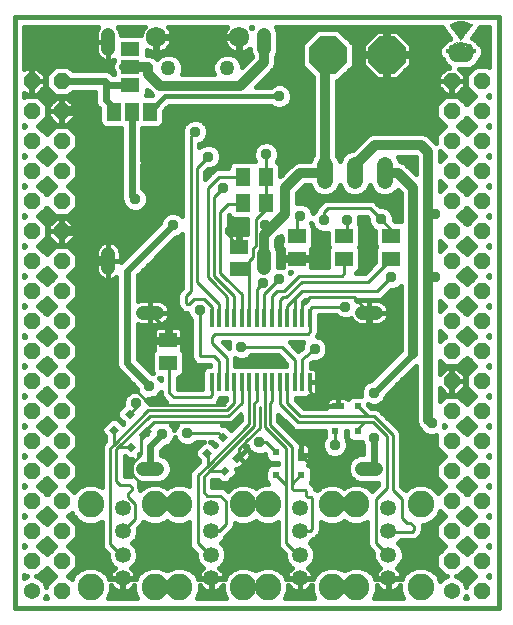
<source format=gbl>
G75*
%MOIN*%
%OFA0B0*%
%FSLAX24Y24*%
%IPPOS*%
%LPD*%
%AMOC8*
5,1,8,0,0,1.08239X$1,22.5*
%
%ADD10C,0.0160*%
%ADD11C,0.0540*%
%ADD12OC8,0.0540*%
%ADD13R,0.0138X0.0591*%
%ADD14OC8,0.1250*%
%ADD15C,0.0472*%
%ADD16C,0.0540*%
%ADD17R,0.0591X0.0512*%
%ADD18R,0.0512X0.0591*%
%ADD19R,0.0394X0.0236*%
%ADD20R,0.0236X0.0236*%
%ADD21R,0.0236X0.0394*%
%ADD22R,0.0236X0.0236*%
%ADD23R,0.0460X0.0630*%
%ADD24C,0.0531*%
%ADD25C,0.0886*%
%ADD26R,0.0630X0.0460*%
%ADD27C,0.0679*%
%ADD28C,0.0502*%
%ADD29R,0.0421X0.0004*%
%ADD30R,0.0465X0.0004*%
%ADD31R,0.0492X0.0004*%
%ADD32R,0.0516X0.0004*%
%ADD33R,0.0531X0.0004*%
%ADD34R,0.0547X0.0004*%
%ADD35R,0.0563X0.0004*%
%ADD36R,0.0575X0.0004*%
%ADD37R,0.0587X0.0004*%
%ADD38R,0.0598X0.0004*%
%ADD39R,0.0610X0.0004*%
%ADD40R,0.0618X0.0004*%
%ADD41R,0.0626X0.0004*%
%ADD42R,0.0638X0.0004*%
%ADD43R,0.0646X0.0004*%
%ADD44R,0.0650X0.0004*%
%ADD45R,0.0657X0.0004*%
%ADD46R,0.0665X0.0004*%
%ADD47R,0.0673X0.0004*%
%ADD48R,0.0677X0.0004*%
%ADD49R,0.0685X0.0004*%
%ADD50R,0.0689X0.0004*%
%ADD51R,0.0693X0.0004*%
%ADD52R,0.0701X0.0004*%
%ADD53R,0.0705X0.0004*%
%ADD54R,0.0709X0.0004*%
%ADD55R,0.0717X0.0004*%
%ADD56R,0.0720X0.0004*%
%ADD57R,0.0724X0.0004*%
%ADD58R,0.0728X0.0004*%
%ADD59R,0.0732X0.0004*%
%ADD60R,0.0736X0.0004*%
%ADD61R,0.0740X0.0004*%
%ADD62R,0.0744X0.0004*%
%ADD63R,0.0748X0.0004*%
%ADD64R,0.0752X0.0004*%
%ADD65R,0.0756X0.0004*%
%ADD66R,0.0760X0.0004*%
%ADD67R,0.0764X0.0004*%
%ADD68R,0.0768X0.0004*%
%ADD69R,0.0772X0.0004*%
%ADD70R,0.0776X0.0004*%
%ADD71R,0.0780X0.0004*%
%ADD72R,0.0783X0.0004*%
%ADD73R,0.0787X0.0004*%
%ADD74R,0.0791X0.0004*%
%ADD75R,0.0795X0.0004*%
%ADD76R,0.0799X0.0004*%
%ADD77R,0.0803X0.0004*%
%ADD78R,0.0807X0.0004*%
%ADD79R,0.0811X0.0004*%
%ADD80R,0.0815X0.0004*%
%ADD81R,0.0819X0.0004*%
%ADD82R,0.0823X0.0004*%
%ADD83R,0.0827X0.0004*%
%ADD84R,0.0831X0.0004*%
%ADD85R,0.0835X0.0004*%
%ADD86R,0.0839X0.0004*%
%ADD87R,0.0909X0.0004*%
%ADD88R,0.0937X0.0004*%
%ADD89R,0.0953X0.0004*%
%ADD90R,0.0961X0.0004*%
%ADD91R,0.0969X0.0004*%
%ADD92R,0.0976X0.0004*%
%ADD93R,0.0980X0.0004*%
%ADD94R,0.0984X0.0004*%
%ADD95R,0.0965X0.0004*%
%ADD96R,0.0957X0.0004*%
%ADD97R,0.0945X0.0004*%
%ADD98R,0.0921X0.0004*%
%ADD99R,0.0232X0.0004*%
%ADD100R,0.0555X0.0004*%
%ADD101R,0.0224X0.0004*%
%ADD102R,0.0543X0.0004*%
%ADD103R,0.0539X0.0004*%
%ADD104R,0.0220X0.0004*%
%ADD105R,0.0535X0.0004*%
%ADD106R,0.0528X0.0004*%
%ADD107R,0.0520X0.0004*%
%ADD108R,0.0512X0.0004*%
%ADD109R,0.0500X0.0004*%
%ADD110R,0.0488X0.0004*%
%ADD111R,0.0484X0.0004*%
%ADD112R,0.0476X0.0004*%
%ADD113R,0.0449X0.0004*%
%ADD114R,0.0370X0.0004*%
%ADD115R,0.0043X0.0004*%
%ADD116R,0.0228X0.0004*%
%ADD117R,0.0358X0.0004*%
%ADD118R,0.0350X0.0004*%
%ADD119R,0.0343X0.0004*%
%ADD120R,0.0331X0.0004*%
%ADD121R,0.0319X0.0004*%
%ADD122R,0.0311X0.0004*%
%ADD123R,0.0307X0.0004*%
%ADD124R,0.0303X0.0004*%
%ADD125R,0.0063X0.0004*%
%ADD126R,0.0130X0.0004*%
%ADD127R,0.0445X0.0004*%
%ADD128R,0.0437X0.0004*%
%ADD129R,0.0433X0.0004*%
%ADD130R,0.0362X0.0004*%
%ADD131R,0.0047X0.0004*%
%ADD132R,0.0354X0.0004*%
%ADD133R,0.0031X0.0004*%
%ADD134R,0.0346X0.0004*%
%ADD135R,0.0339X0.0004*%
%ADD136R,0.0055X0.0004*%
%ADD137R,0.0177X0.0004*%
%ADD138R,0.0035X0.0004*%
%ADD139R,0.0161X0.0004*%
%ADD140R,0.0051X0.0004*%
%ADD141R,0.0142X0.0004*%
%ADD142R,0.0118X0.0004*%
%ADD143R,0.0091X0.0004*%
%ADD144R,0.0024X0.0004*%
%ADD145R,0.0020X0.0004*%
%ADD146R,0.0008X0.0004*%
%ADD147R,0.0004X0.0004*%
%ADD148R,0.0012X0.0004*%
%ADD149R,0.0028X0.0004*%
%ADD150R,0.0059X0.0004*%
%ADD151R,0.0067X0.0004*%
%ADD152R,0.0075X0.0004*%
%ADD153R,0.0083X0.0004*%
%ADD154R,0.0098X0.0004*%
%ADD155R,0.0106X0.0004*%
%ADD156R,0.0114X0.0004*%
%ADD157R,0.0122X0.0004*%
%ADD158R,0.0138X0.0004*%
%ADD159R,0.0146X0.0004*%
%ADD160R,0.0154X0.0004*%
%ADD161R,0.0165X0.0004*%
%ADD162R,0.0169X0.0004*%
%ADD163R,0.0185X0.0004*%
%ADD164R,0.0189X0.0004*%
%ADD165R,0.0193X0.0004*%
%ADD166R,0.0201X0.0004*%
%ADD167R,0.0209X0.0004*%
%ADD168R,0.0213X0.0004*%
%ADD169R,0.0217X0.0004*%
%ADD170R,0.0236X0.0004*%
%ADD171R,0.0240X0.0004*%
%ADD172R,0.0248X0.0004*%
%ADD173R,0.0256X0.0004*%
%ADD174R,0.0264X0.0004*%
%ADD175R,0.0272X0.0004*%
%ADD176R,0.0280X0.0004*%
%ADD177R,0.0287X0.0004*%
%ADD178R,0.0295X0.0004*%
%ADD179R,0.0299X0.0004*%
%ADD180R,0.0126X0.0004*%
%ADD181R,0.0157X0.0004*%
%ADD182R,0.0134X0.0004*%
%ADD183R,0.0173X0.0004*%
%ADD184R,0.0366X0.0004*%
%ADD185R,0.0374X0.0004*%
%ADD186R,0.0382X0.0004*%
%ADD187R,0.0390X0.0004*%
%ADD188R,0.0394X0.0004*%
%ADD189R,0.0398X0.0004*%
%ADD190R,0.0406X0.0004*%
%ADD191R,0.0409X0.0004*%
%ADD192R,0.0417X0.0004*%
%ADD193R,0.0429X0.0004*%
%ADD194R,0.0441X0.0004*%
%ADD195R,0.0453X0.0004*%
%ADD196R,0.0457X0.0004*%
%ADD197R,0.0469X0.0004*%
%ADD198R,0.0480X0.0004*%
%ADD199R,0.0504X0.0004*%
%ADD200R,0.0508X0.0004*%
%ADD201R,0.0551X0.0004*%
%ADD202R,0.0567X0.0004*%
%ADD203R,0.0579X0.0004*%
%ADD204R,0.0413X0.0004*%
%ADD205R,0.0425X0.0004*%
%ADD206R,0.0181X0.0004*%
%ADD207R,0.0634X0.0004*%
%ADD208R,0.0654X0.0004*%
%ADD209R,0.0661X0.0004*%
%ADD210R,0.0669X0.0004*%
%ADD211R,0.0697X0.0004*%
%ADD212R,0.0244X0.0004*%
%ADD213R,0.0252X0.0004*%
%ADD214R,0.0461X0.0004*%
%ADD215R,0.0094X0.0004*%
%ADD216R,0.0622X0.0004*%
%ADD217R,0.0102X0.0004*%
%ADD218R,0.0630X0.0004*%
%ADD219R,0.0614X0.0004*%
%ADD220R,0.0583X0.0004*%
%ADD221R,0.0327X0.0004*%
%ADD222C,0.0320*%
%ADD223C,0.0376*%
%ADD224C,0.0100*%
%ADD225C,0.0240*%
D10*
X002254Y004003D02*
X018396Y004003D01*
X018396Y023688D01*
X002254Y023688D01*
X002254Y004003D01*
X002574Y005006D02*
X002675Y005048D01*
X002613Y005048D01*
X002574Y005088D01*
X002574Y005006D01*
X002974Y005048D02*
X003036Y005048D01*
X003325Y005337D01*
X003603Y005058D01*
X003315Y004769D01*
X003315Y004708D01*
X003257Y004847D01*
X003114Y004990D01*
X002974Y005048D01*
X003100Y005112D02*
X003549Y005112D01*
X003499Y004954D02*
X003150Y004954D01*
X003278Y004795D02*
X003341Y004795D01*
X003315Y004408D02*
X003279Y004323D01*
X003339Y004323D01*
X003315Y004347D01*
X003315Y004408D01*
X004046Y005058D02*
X004335Y005347D01*
X004335Y005769D01*
X004046Y006058D01*
X004335Y006347D01*
X004335Y006769D01*
X004046Y007058D01*
X004160Y007172D01*
X004206Y007061D01*
X004398Y006869D01*
X004649Y006765D01*
X004921Y006765D01*
X005153Y006861D01*
X005153Y006063D01*
X005197Y005957D01*
X005350Y005803D01*
X005350Y005666D01*
X005427Y005480D01*
X005570Y005338D01*
X005584Y005332D01*
X005566Y005319D01*
X005516Y005270D01*
X005475Y005213D01*
X005443Y005150D01*
X005421Y005084D01*
X005410Y005014D01*
X005410Y004988D01*
X005848Y004988D01*
X005848Y004971D01*
X005865Y004971D01*
X005865Y004988D01*
X006302Y004988D01*
X006302Y005014D01*
X006291Y005084D01*
X006269Y005150D01*
X006237Y005213D01*
X006196Y005270D01*
X006147Y005319D01*
X006129Y005332D01*
X006143Y005338D01*
X006285Y005480D01*
X006362Y005666D01*
X006362Y005867D01*
X006285Y006053D01*
X006178Y006160D01*
X006285Y006268D01*
X006362Y006454D01*
X006362Y006650D01*
X006515Y006803D01*
X006542Y006868D01*
X006791Y006765D01*
X007063Y006765D01*
X007314Y006869D01*
X007333Y006888D01*
X007351Y006869D01*
X007602Y006765D01*
X007874Y006765D01*
X008066Y006845D01*
X008066Y006103D01*
X008110Y005996D01*
X008303Y005803D01*
X008303Y005666D01*
X008380Y005480D01*
X008522Y005338D01*
X008536Y005332D01*
X008519Y005319D01*
X008469Y005270D01*
X008428Y005213D01*
X008396Y005150D01*
X008374Y005084D01*
X008363Y005014D01*
X008363Y004988D01*
X008800Y004988D01*
X008800Y004971D01*
X008363Y004971D01*
X008363Y004967D01*
X008317Y005079D01*
X008125Y005271D01*
X007874Y005375D01*
X007602Y005375D01*
X007351Y005271D01*
X007333Y005252D01*
X007314Y005271D01*
X007063Y005375D01*
X006791Y005375D01*
X006540Y005271D01*
X006348Y005079D01*
X006302Y004967D01*
X006302Y004971D01*
X005865Y004971D01*
X005865Y004534D01*
X005891Y004534D01*
X005961Y004545D01*
X006027Y004566D01*
X006090Y004598D01*
X006147Y004639D01*
X006196Y004689D01*
X006237Y004746D01*
X006244Y004759D01*
X006244Y004556D01*
X006341Y004323D01*
X005372Y004323D01*
X005468Y004556D01*
X005468Y004759D01*
X005475Y004746D01*
X005516Y004689D01*
X005566Y004639D01*
X005623Y004598D01*
X005685Y004566D01*
X005752Y004545D01*
X005821Y004534D01*
X005848Y004534D01*
X005848Y004971D01*
X005410Y004971D01*
X005410Y004967D01*
X005364Y005079D01*
X005172Y005271D01*
X005517Y005271D01*
X005478Y005429D02*
X004335Y005429D01*
X004335Y005588D02*
X005383Y005588D01*
X005350Y005746D02*
X004335Y005746D01*
X004199Y005905D02*
X005249Y005905D01*
X005153Y006063D02*
X004051Y006063D01*
X004210Y006222D02*
X005153Y006222D01*
X005153Y006380D02*
X004335Y006380D01*
X004335Y006539D02*
X005153Y006539D01*
X005153Y006697D02*
X004335Y006697D01*
X004248Y006856D02*
X004430Y006856D01*
X004253Y007014D02*
X004090Y007014D01*
X003603Y007058D02*
X003325Y006779D01*
X003046Y007058D01*
X003325Y007337D01*
X003603Y007058D01*
X003560Y007014D02*
X003090Y007014D01*
X003161Y007173D02*
X003489Y007173D01*
X003330Y007331D02*
X003319Y007331D01*
X003325Y007779D02*
X003603Y008058D01*
X003325Y008337D01*
X003046Y008058D01*
X003325Y007779D01*
X003352Y007807D02*
X003297Y007807D01*
X003139Y007965D02*
X003511Y007965D01*
X003538Y008124D02*
X003112Y008124D01*
X003270Y008282D02*
X003379Y008282D01*
X003325Y008779D02*
X003603Y009058D01*
X003325Y009337D01*
X003046Y009058D01*
X003325Y008779D01*
X003188Y008916D02*
X003462Y008916D01*
X003587Y009075D02*
X003063Y009075D01*
X003221Y009233D02*
X003428Y009233D01*
X003325Y009779D02*
X003603Y010058D01*
X003325Y010337D01*
X003046Y010058D01*
X003325Y009779D01*
X003237Y009867D02*
X003413Y009867D01*
X003571Y010026D02*
X003078Y010026D01*
X003172Y010184D02*
X003477Y010184D01*
X003325Y010779D02*
X003603Y011058D01*
X003325Y011337D01*
X003046Y011058D01*
X003325Y010779D01*
X003286Y010818D02*
X003364Y010818D01*
X003522Y010977D02*
X003127Y010977D01*
X003123Y011135D02*
X003526Y011135D01*
X003368Y011294D02*
X003282Y011294D01*
X003325Y011779D02*
X003603Y012058D01*
X003325Y012337D01*
X003046Y012058D01*
X003325Y011779D01*
X003176Y011928D02*
X003473Y011928D01*
X003575Y012086D02*
X003074Y012086D01*
X003233Y012245D02*
X003417Y012245D01*
X003325Y012779D02*
X003603Y013058D01*
X003325Y013337D01*
X003046Y013058D01*
X003325Y012779D01*
X003424Y012879D02*
X003225Y012879D01*
X003067Y013037D02*
X003583Y013037D01*
X003466Y013196D02*
X003184Y013196D01*
X003325Y013779D02*
X003603Y014058D01*
X003325Y014337D01*
X003046Y014058D01*
X003325Y013779D01*
X003375Y013830D02*
X003274Y013830D01*
X003116Y013988D02*
X003534Y013988D01*
X003515Y014147D02*
X003135Y014147D01*
X003293Y014305D02*
X003356Y014305D01*
X003325Y014779D02*
X003603Y015058D01*
X003325Y015337D01*
X003046Y015058D01*
X003325Y014779D01*
X003323Y014781D02*
X003326Y014781D01*
X003485Y014939D02*
X003165Y014939D01*
X003086Y015098D02*
X003564Y015098D01*
X003405Y015256D02*
X003244Y015256D01*
X003325Y015779D02*
X003046Y016058D01*
X003335Y016347D01*
X003335Y016769D01*
X003046Y017058D01*
X003325Y017337D01*
X003613Y017048D01*
X004036Y017048D01*
X004335Y017347D01*
X004335Y017769D01*
X004046Y018058D01*
X004335Y018347D01*
X004335Y018769D01*
X004046Y019058D01*
X004335Y019347D01*
X004335Y019769D01*
X004036Y020068D01*
X003613Y020068D01*
X003325Y019779D01*
X003046Y020058D01*
X003335Y020347D01*
X003335Y020769D01*
X003036Y021068D01*
X002613Y021068D01*
X002574Y021028D01*
X002574Y021173D01*
X002638Y021108D01*
X002815Y021108D01*
X002815Y021548D01*
X002835Y021548D01*
X002835Y021568D01*
X003275Y021568D01*
X003275Y021744D01*
X003011Y022008D01*
X002835Y022008D01*
X002835Y021568D01*
X002815Y021568D01*
X002815Y022008D01*
X002638Y022008D01*
X002574Y021944D01*
X002574Y023368D01*
X005046Y023368D01*
X005014Y023323D01*
X004984Y023265D01*
X004964Y023203D01*
X004953Y023138D01*
X004953Y022869D01*
X004953Y022600D01*
X004964Y022535D01*
X004984Y022473D01*
X005014Y022415D01*
X005052Y022362D01*
X005098Y022315D01*
X005151Y022277D01*
X005210Y022247D01*
X005272Y022227D01*
X005337Y022217D01*
X005370Y022217D01*
X005402Y022217D01*
X005467Y022227D01*
X005529Y022247D01*
X005557Y022261D01*
X005557Y022215D01*
X005515Y022114D01*
X005515Y021955D01*
X005557Y021854D01*
X005557Y021794D01*
X005532Y021794D01*
X005489Y021837D01*
X005463Y021863D01*
X005331Y021918D01*
X004186Y021918D01*
X004036Y022068D01*
X003613Y022068D01*
X003315Y021769D01*
X003315Y021347D01*
X003613Y021048D01*
X004036Y021048D01*
X004186Y021198D01*
X004925Y021198D01*
X004925Y020860D01*
X004980Y020728D01*
X005081Y020627D01*
X005081Y020627D01*
X005081Y020176D01*
X005118Y020087D01*
X005185Y020020D01*
X005274Y019983D01*
X005791Y019983D01*
X005791Y017672D01*
X005841Y017551D01*
X005841Y017540D01*
X005907Y017382D01*
X006027Y017262D01*
X006184Y017197D01*
X006355Y017197D01*
X006512Y017262D01*
X006632Y017382D01*
X006698Y017540D01*
X006698Y017710D01*
X006632Y017868D01*
X006512Y017988D01*
X006511Y017988D01*
X006511Y018767D01*
X006520Y018788D01*
X006520Y018903D01*
X006511Y018924D01*
X006511Y019983D01*
X007029Y019983D01*
X007117Y020020D01*
X007185Y020087D01*
X007221Y020176D01*
X007221Y020556D01*
X007396Y020730D01*
X010787Y020730D01*
X010830Y020687D01*
X010988Y020622D01*
X011158Y020622D01*
X011315Y020687D01*
X011436Y020808D01*
X011501Y020965D01*
X011501Y021135D01*
X011436Y021293D01*
X011315Y021413D01*
X011158Y021478D01*
X010988Y021478D01*
X010830Y021413D01*
X010787Y021370D01*
X010305Y021370D01*
X010796Y021861D01*
X010909Y021974D01*
X010970Y022121D01*
X010970Y022359D01*
X010973Y022363D01*
X011046Y022538D01*
X011046Y023200D01*
X010976Y023368D01*
X016516Y023368D01*
X016516Y023351D01*
X016552Y023263D01*
X016557Y023258D01*
X016560Y023251D01*
X016569Y023242D01*
X016572Y023235D01*
X016581Y023226D01*
X016584Y023219D01*
X016593Y023210D01*
X016596Y023204D01*
X016605Y023195D01*
X016607Y023188D01*
X016616Y023179D01*
X016619Y023172D01*
X016628Y023163D01*
X016631Y023156D01*
X016640Y023147D01*
X016643Y023141D01*
X016652Y023132D01*
X016655Y023125D01*
X016664Y023116D01*
X016666Y023109D01*
X016676Y023100D01*
X016678Y023093D01*
X016683Y023088D01*
X016686Y023082D01*
X016695Y023073D01*
X016698Y023066D01*
X016707Y023057D01*
X016710Y023050D01*
X016719Y023041D01*
X016722Y023034D01*
X016731Y023025D01*
X016733Y023019D01*
X016742Y023010D01*
X016745Y023003D01*
X016754Y022994D01*
X016757Y022987D01*
X016766Y022978D01*
X016766Y022977D01*
X016754Y022965D01*
X016746Y022961D01*
X016743Y022961D01*
X016655Y022925D01*
X016654Y022924D01*
X016647Y022921D01*
X016646Y022920D01*
X016640Y022917D01*
X016572Y022850D01*
X016568Y022846D01*
X016564Y022842D01*
X016560Y022838D01*
X016556Y022834D01*
X016552Y022830D01*
X016548Y022826D01*
X016546Y022819D01*
X016544Y022818D01*
X016541Y022814D01*
X016538Y022807D01*
X016537Y022806D01*
X016535Y022803D01*
X016525Y022799D01*
X016458Y022731D01*
X016454Y022727D01*
X016450Y022724D01*
X016446Y022720D01*
X016442Y022716D01*
X016406Y022627D01*
X016406Y022625D01*
X016402Y022616D01*
X016402Y022469D01*
X016406Y022459D01*
X016406Y022457D01*
X016442Y022369D01*
X016510Y022301D01*
X016514Y022298D01*
X016517Y022294D01*
X016518Y022293D01*
X016520Y022289D01*
X016520Y022288D01*
X016556Y022200D01*
X016557Y022199D01*
X016560Y022192D01*
X016561Y022191D01*
X016564Y022184D01*
X016565Y022183D01*
X016568Y022176D01*
X016569Y022175D01*
X016572Y022168D01*
X016577Y022163D01*
X016580Y022156D01*
X016585Y022151D01*
X016588Y022145D01*
X016593Y022139D01*
X016596Y022133D01*
X016663Y022065D01*
X016667Y022061D01*
X016671Y022057D01*
X016675Y022053D01*
X016679Y022049D01*
X016683Y022046D01*
X016687Y022042D01*
X016691Y022038D01*
X016695Y022034D01*
X016701Y022031D01*
X016703Y022030D01*
X016706Y022026D01*
X016713Y022023D01*
X016714Y022022D01*
X016718Y022018D01*
X016725Y022015D01*
X016726Y022014D01*
X016733Y022011D01*
X016734Y022010D01*
X016739Y022008D01*
X016638Y022008D01*
X016375Y021744D01*
X016375Y021568D01*
X016815Y021568D01*
X016815Y021548D01*
X016835Y021548D01*
X016835Y021568D01*
X017275Y021568D01*
X017275Y021744D01*
X017061Y021958D01*
X017394Y021958D01*
X017404Y021962D01*
X017418Y021962D01*
X017427Y021966D01*
X017429Y021966D01*
X017439Y021970D01*
X017441Y021970D01*
X017530Y022006D01*
X017531Y022007D01*
X017537Y022010D01*
X017539Y022011D01*
X017545Y022014D01*
X017546Y022015D01*
X017553Y022018D01*
X017554Y022019D01*
X017561Y022022D01*
X017565Y022026D01*
X017566Y022027D01*
X017573Y022030D01*
X017577Y022034D01*
X017581Y022038D01*
X017585Y022042D01*
X017586Y022043D01*
X017590Y022044D01*
X017315Y021769D01*
X017315Y021347D01*
X017603Y021058D01*
X017325Y020779D01*
X017036Y021068D01*
X016613Y021068D01*
X016315Y020769D01*
X016315Y020347D01*
X016603Y020058D01*
X016315Y019769D01*
X016315Y019484D01*
X016260Y019539D01*
X016024Y019775D01*
X015877Y019836D01*
X014182Y019836D01*
X014035Y019775D01*
X013923Y019663D01*
X013531Y019271D01*
X013491Y019271D01*
X013303Y019193D01*
X013160Y019050D01*
X013092Y018887D01*
X013025Y019050D01*
X012992Y019082D01*
X012992Y021563D01*
X013045Y021563D01*
X013552Y022070D01*
X013552Y022786D01*
X013045Y023293D01*
X012329Y023293D01*
X011822Y022786D01*
X011822Y022070D01*
X012192Y021699D01*
X012192Y019082D01*
X012160Y019050D01*
X012094Y018891D01*
X011702Y018891D01*
X011555Y018830D01*
X011442Y018718D01*
X011116Y018391D01*
X011116Y018716D01*
X011079Y018804D01*
X011012Y018872D01*
X011000Y018876D01*
X011003Y018879D01*
X011068Y019036D01*
X011068Y019206D01*
X011003Y019364D01*
X010882Y019484D01*
X010725Y019549D01*
X010554Y019549D01*
X010397Y019484D01*
X010277Y019364D01*
X010212Y019206D01*
X010212Y019036D01*
X010272Y018890D01*
X010246Y018879D01*
X010176Y018908D01*
X009568Y018908D01*
X009480Y018872D01*
X009413Y018804D01*
X009376Y018716D01*
X009376Y018663D01*
X009115Y018663D01*
X009107Y018666D01*
X009057Y018663D01*
X009007Y018663D01*
X009000Y018660D01*
X008992Y018660D01*
X008947Y018638D01*
X008901Y018619D01*
X008895Y018613D01*
X008888Y018610D01*
X008854Y018573D01*
X008819Y018537D01*
X008816Y018530D01*
X008607Y018298D01*
X008607Y018528D01*
X008693Y018614D01*
X008796Y018614D01*
X008953Y018679D01*
X009073Y018800D01*
X009139Y018957D01*
X009139Y019127D01*
X009073Y019285D01*
X008953Y019405D01*
X008796Y019470D01*
X008625Y019470D01*
X008468Y019405D01*
X008410Y019347D01*
X008410Y019461D01*
X008520Y019506D01*
X008640Y019627D01*
X008706Y019784D01*
X008706Y019954D01*
X008640Y020112D01*
X008520Y020232D01*
X008363Y020297D01*
X008192Y020297D01*
X008035Y020232D01*
X007914Y020112D01*
X007849Y019954D01*
X007849Y019816D01*
X007830Y019769D01*
X007830Y017064D01*
X007772Y017122D01*
X007615Y017187D01*
X007444Y017187D01*
X007287Y017122D01*
X007166Y017001D01*
X007101Y016844D01*
X007101Y016840D01*
X005786Y015524D01*
X005786Y015569D01*
X005370Y015569D01*
X005370Y015569D01*
X005786Y015569D01*
X005786Y015838D01*
X005776Y015903D01*
X005755Y015965D01*
X005726Y016023D01*
X005687Y016076D01*
X005641Y016123D01*
X005588Y016161D01*
X005529Y016191D01*
X005467Y016211D01*
X005402Y016222D01*
X005370Y016222D01*
X005370Y015569D01*
X005370Y014917D01*
X005402Y014917D01*
X005467Y014927D01*
X005529Y014947D01*
X005588Y014977D01*
X005634Y015011D01*
X005634Y012081D01*
X005689Y011949D01*
X005790Y011847D01*
X006314Y011324D01*
X006314Y011319D01*
X006346Y011242D01*
X006224Y011242D01*
X006066Y011177D01*
X005946Y011056D01*
X005881Y010899D01*
X005881Y010768D01*
X005714Y010601D01*
X005677Y010513D01*
X005677Y010418D01*
X005714Y010329D01*
X005879Y010164D01*
X005856Y010142D01*
X005691Y010307D01*
X005603Y010343D01*
X005508Y010343D01*
X005419Y010307D01*
X005185Y010072D01*
X005148Y009984D01*
X005148Y009889D01*
X005185Y009800D01*
X005265Y009720D01*
X005265Y009551D01*
X005197Y009482D01*
X005153Y009376D01*
X005153Y008035D01*
X004921Y008131D01*
X004649Y008131D01*
X004398Y008027D01*
X004238Y007866D01*
X004046Y008058D01*
X004335Y008347D01*
X004335Y008769D01*
X004046Y009058D01*
X004335Y009347D01*
X004335Y009769D01*
X004046Y010058D01*
X004335Y010347D01*
X004335Y010769D01*
X004046Y011058D01*
X004335Y011347D01*
X004335Y011769D01*
X004046Y012058D01*
X004335Y012347D01*
X004335Y012769D01*
X004046Y013058D01*
X004335Y013347D01*
X004335Y013769D01*
X004046Y014058D01*
X004335Y014347D01*
X004335Y014769D01*
X004046Y015058D01*
X004335Y015347D01*
X004335Y015769D01*
X004036Y016068D01*
X003613Y016068D01*
X003325Y015779D01*
X003214Y015890D02*
X003436Y015890D01*
X003594Y016049D02*
X003055Y016049D01*
X003195Y016207D02*
X003539Y016207D01*
X003638Y016108D02*
X003375Y016372D01*
X003375Y016548D01*
X003815Y016548D01*
X003835Y016548D01*
X003835Y016568D01*
X004275Y016568D01*
X004275Y016744D01*
X004011Y017008D01*
X003835Y017008D01*
X003835Y016568D01*
X003815Y016568D01*
X003815Y017008D01*
X003638Y017008D01*
X003375Y016744D01*
X003375Y016568D01*
X003815Y016568D01*
X003815Y016548D01*
X003815Y016108D01*
X003638Y016108D01*
X003835Y016108D02*
X004011Y016108D01*
X004275Y016372D01*
X004275Y016548D01*
X003835Y016548D01*
X003835Y016108D01*
X003835Y016207D02*
X003815Y016207D01*
X003815Y016366D02*
X003835Y016366D01*
X003835Y016524D02*
X003815Y016524D01*
X003815Y016683D02*
X003835Y016683D01*
X003835Y016841D02*
X003815Y016841D01*
X003815Y017000D02*
X003835Y017000D01*
X004019Y017000D02*
X007166Y017000D01*
X007101Y016841D02*
X004178Y016841D01*
X004275Y016683D02*
X006944Y016683D01*
X006786Y016524D02*
X004275Y016524D01*
X004269Y016366D02*
X006627Y016366D01*
X006469Y016207D02*
X005479Y016207D01*
X005370Y016207D02*
X005370Y016207D01*
X005370Y016222D02*
X005337Y016222D01*
X005272Y016211D01*
X005210Y016191D01*
X005151Y016161D01*
X005098Y016123D01*
X005052Y016076D01*
X005014Y016023D01*
X004984Y015965D01*
X004964Y015903D01*
X004953Y015838D01*
X004953Y015569D01*
X004953Y015300D01*
X004964Y015235D01*
X004984Y015173D01*
X005014Y015115D01*
X005052Y015062D01*
X005098Y015015D01*
X005151Y014977D01*
X005210Y014947D01*
X005272Y014927D01*
X005337Y014917D01*
X005370Y014917D01*
X005370Y015569D01*
X005370Y015569D01*
X005370Y015569D01*
X005370Y016222D01*
X005260Y016207D02*
X004110Y016207D01*
X004055Y016049D02*
X005032Y016049D01*
X004962Y015890D02*
X004214Y015890D01*
X004335Y015732D02*
X004953Y015732D01*
X004953Y015573D02*
X004335Y015573D01*
X004335Y015415D02*
X004953Y015415D01*
X004953Y015569D02*
X005370Y015569D01*
X005370Y015569D01*
X004953Y015569D01*
X004960Y015256D02*
X004244Y015256D01*
X004086Y015098D02*
X005026Y015098D01*
X005233Y014939D02*
X004165Y014939D01*
X004323Y014781D02*
X005634Y014781D01*
X005634Y014939D02*
X005506Y014939D01*
X005370Y014939D02*
X005370Y014939D01*
X005370Y015098D02*
X005370Y015098D01*
X005370Y015256D02*
X005370Y015256D01*
X005370Y015415D02*
X005370Y015415D01*
X005370Y015573D02*
X005370Y015573D01*
X005370Y015732D02*
X005370Y015732D01*
X005370Y015890D02*
X005370Y015890D01*
X005370Y016049D02*
X005370Y016049D01*
X005128Y016483D02*
X004852Y016483D01*
X004146Y017158D02*
X007375Y017158D01*
X007683Y017158D02*
X007830Y017158D01*
X007830Y017317D02*
X006567Y017317D01*
X006671Y017475D02*
X007830Y017475D01*
X007830Y017634D02*
X006698Y017634D01*
X006664Y017792D02*
X007830Y017792D01*
X007830Y017951D02*
X006549Y017951D01*
X006511Y018109D02*
X007830Y018109D01*
X007830Y018268D02*
X006511Y018268D01*
X006511Y018426D02*
X007830Y018426D01*
X007830Y018585D02*
X006511Y018585D01*
X006511Y018743D02*
X007830Y018743D01*
X007830Y018902D02*
X006520Y018902D01*
X006511Y019060D02*
X007830Y019060D01*
X007830Y019219D02*
X006511Y019219D01*
X006511Y019377D02*
X007830Y019377D01*
X007830Y019536D02*
X006511Y019536D01*
X006511Y019694D02*
X007830Y019694D01*
X007849Y019853D02*
X006511Y019853D01*
X007097Y020011D02*
X007873Y020011D01*
X007973Y020170D02*
X007219Y020170D01*
X007221Y020328D02*
X012192Y020328D01*
X012192Y020170D02*
X008582Y020170D01*
X008682Y020011D02*
X012192Y020011D01*
X012192Y019853D02*
X008706Y019853D01*
X008668Y019694D02*
X012192Y019694D01*
X012192Y019536D02*
X010757Y019536D01*
X010523Y019536D02*
X008550Y019536D01*
X008440Y019377D02*
X008410Y019377D01*
X008981Y019377D02*
X010291Y019377D01*
X010217Y019219D02*
X009101Y019219D01*
X009139Y019060D02*
X010212Y019060D01*
X010191Y018902D02*
X010267Y018902D01*
X009553Y018902D02*
X009116Y018902D01*
X009017Y018743D02*
X009387Y018743D01*
X008865Y018585D02*
X008663Y018585D01*
X008607Y018426D02*
X008723Y018426D01*
X009408Y017086D02*
X009413Y017076D01*
X009480Y017008D01*
X009568Y016972D01*
X009995Y016972D01*
X009995Y016466D01*
X009782Y016466D01*
X009782Y016078D01*
X009686Y016078D01*
X009686Y016466D01*
X009415Y016466D01*
X009394Y016461D01*
X009394Y017072D01*
X009408Y017086D01*
X009394Y017000D02*
X009500Y017000D01*
X009394Y016841D02*
X009995Y016841D01*
X009995Y016683D02*
X009394Y016683D01*
X009394Y016524D02*
X009995Y016524D01*
X009782Y016366D02*
X009686Y016366D01*
X009686Y016207D02*
X009782Y016207D01*
X010970Y016207D02*
X011128Y016207D01*
X011128Y016081D02*
X011165Y015993D01*
X011199Y015958D01*
X011188Y015916D01*
X011188Y015685D01*
X011615Y015685D01*
X011615Y015589D01*
X011188Y015589D01*
X011188Y015363D01*
X011158Y015376D01*
X011046Y015376D01*
X011046Y015900D01*
X010973Y016075D01*
X010970Y016079D01*
X010970Y016248D01*
X011004Y016282D01*
X011128Y016406D01*
X011128Y016081D01*
X011141Y016049D02*
X010984Y016049D01*
X011046Y015890D02*
X011188Y015890D01*
X011188Y015732D02*
X011046Y015732D01*
X011046Y015573D02*
X011188Y015573D01*
X011188Y015415D02*
X011046Y015415D01*
X011425Y015201D02*
X011467Y015201D01*
X011442Y015176D01*
X011436Y015190D01*
X011425Y015201D01*
X011711Y015589D02*
X011711Y015685D01*
X012139Y015685D01*
X012139Y015916D01*
X012127Y015958D01*
X012162Y015993D01*
X012199Y016081D01*
X012199Y016688D01*
X012162Y016777D01*
X012126Y016813D01*
X012142Y016829D01*
X012206Y016674D01*
X012326Y016553D01*
X012484Y016488D01*
X012654Y016488D01*
X012703Y016508D01*
X012703Y016081D01*
X012732Y016011D01*
X012703Y015940D01*
X012703Y015356D01*
X012138Y015356D01*
X012139Y015357D01*
X012139Y015589D01*
X011711Y015589D01*
X012139Y015573D02*
X012703Y015573D01*
X012703Y015415D02*
X012139Y015415D01*
X012139Y015732D02*
X012703Y015732D01*
X012703Y015890D02*
X012139Y015890D01*
X012185Y016049D02*
X012716Y016049D01*
X012703Y016207D02*
X012199Y016207D01*
X012199Y016366D02*
X012703Y016366D01*
X012396Y016524D02*
X012199Y016524D01*
X012199Y016683D02*
X012202Y016683D01*
X012208Y017161D02*
X012144Y017316D01*
X012024Y017437D01*
X011867Y017502D01*
X011696Y017502D01*
X011670Y017491D01*
X011670Y017814D01*
X011947Y018091D01*
X012094Y018091D01*
X012160Y017932D01*
X012303Y017789D01*
X012491Y017711D01*
X012694Y017711D01*
X012881Y017789D01*
X013025Y017932D01*
X013092Y018096D01*
X013160Y017932D01*
X013303Y017789D01*
X013491Y017711D01*
X013694Y017711D01*
X013881Y017789D01*
X014025Y017932D01*
X014092Y018096D01*
X014160Y017932D01*
X014303Y017789D01*
X014491Y017711D01*
X014694Y017711D01*
X014881Y017789D01*
X015022Y017929D01*
X015122Y017829D01*
X015122Y016881D01*
X014944Y016881D01*
X014887Y016938D01*
X014887Y017041D01*
X014821Y017198D01*
X014701Y017319D01*
X014544Y017384D01*
X014441Y017384D01*
X014268Y017556D01*
X014162Y017600D01*
X012629Y017600D01*
X012523Y017556D01*
X012441Y017474D01*
X012323Y017356D01*
X012279Y017250D01*
X012279Y017232D01*
X012208Y017161D01*
X012144Y017317D02*
X012307Y017317D01*
X012442Y017475D02*
X011930Y017475D01*
X011807Y017951D02*
X012152Y017951D01*
X012300Y017792D02*
X011670Y017792D01*
X011670Y017634D02*
X015122Y017634D01*
X015122Y017792D02*
X014885Y017792D01*
X015122Y017475D02*
X014349Y017475D01*
X014300Y017792D02*
X013885Y017792D01*
X014033Y017951D02*
X014152Y017951D01*
X014703Y017317D02*
X015122Y017317D01*
X015122Y017158D02*
X014838Y017158D01*
X014887Y017000D02*
X015122Y017000D01*
X014278Y016567D02*
X014278Y016081D01*
X014307Y016011D01*
X014278Y015940D01*
X014278Y015512D01*
X013925Y015159D01*
X013625Y015159D01*
X013669Y015177D01*
X013737Y015245D01*
X013773Y015333D01*
X013773Y015940D01*
X013744Y016011D01*
X013773Y016081D01*
X013773Y016688D01*
X013737Y016777D01*
X013727Y016787D01*
X013745Y016831D01*
X013745Y017001D01*
X013737Y017020D01*
X013984Y017020D01*
X014030Y016974D01*
X014030Y016871D01*
X014096Y016713D01*
X014216Y016593D01*
X014278Y016567D01*
X014278Y016524D02*
X013773Y016524D01*
X013773Y016366D02*
X014278Y016366D01*
X014278Y016207D02*
X013773Y016207D01*
X013760Y016049D02*
X014291Y016049D01*
X014278Y015890D02*
X013773Y015890D01*
X013773Y015732D02*
X014278Y015732D01*
X014278Y015573D02*
X013773Y015573D01*
X013773Y015415D02*
X014181Y015415D01*
X014022Y015256D02*
X013742Y015256D01*
X013649Y014264D02*
X014398Y014264D01*
X014505Y014308D01*
X014795Y014598D01*
X014898Y014598D01*
X015055Y014664D01*
X015122Y014730D01*
X015122Y012577D01*
X014141Y011596D01*
X014137Y011596D01*
X013980Y011531D01*
X013859Y011411D01*
X013794Y011253D01*
X013794Y011083D01*
X013798Y011074D01*
X013525Y011074D01*
X013437Y011037D01*
X013369Y010970D01*
X013360Y010947D01*
X013329Y010978D01*
X013288Y011001D01*
X013242Y011014D01*
X013022Y011014D01*
X013022Y010716D01*
X013022Y010716D01*
X013022Y011014D01*
X012801Y011014D01*
X012755Y011001D01*
X012714Y010978D01*
X012681Y010944D01*
X012657Y010903D01*
X012645Y010857D01*
X012645Y010716D01*
X013022Y010716D01*
X013022Y010716D01*
X012645Y010716D01*
X012645Y010671D01*
X011901Y010671D01*
X011630Y010942D01*
X011630Y010989D01*
X011709Y010989D01*
X011718Y010992D01*
X011727Y010989D01*
X011961Y010989D01*
X012049Y011025D01*
X012072Y011049D01*
X012096Y011049D01*
X012096Y011072D01*
X012096Y011072D01*
X012096Y011049D01*
X012189Y011049D01*
X012234Y011061D01*
X012275Y011085D01*
X012309Y011118D01*
X012333Y011159D01*
X012345Y011205D01*
X012345Y011524D01*
X012345Y011843D01*
X012333Y011889D01*
X012309Y011930D01*
X012275Y011963D01*
X012234Y011987D01*
X012189Y011999D01*
X012134Y011999D01*
X012134Y012155D01*
X012185Y012197D01*
X012339Y012197D01*
X012496Y012262D01*
X012617Y012382D01*
X012682Y012540D01*
X012682Y012710D01*
X012617Y012868D01*
X012496Y012988D01*
X012342Y013052D01*
X012386Y013158D01*
X012386Y013261D01*
X012405Y013307D01*
X012405Y013752D01*
X012962Y013752D01*
X013035Y013679D01*
X013192Y013614D01*
X013363Y013614D01*
X013463Y013656D01*
X013480Y013622D01*
X013519Y013569D01*
X013565Y013522D01*
X013618Y013484D01*
X013677Y013454D01*
X013739Y013434D01*
X013804Y013424D01*
X014073Y013424D01*
X014342Y013424D01*
X014406Y013434D01*
X014469Y013454D01*
X014527Y013484D01*
X014580Y013522D01*
X014626Y013569D01*
X014665Y013622D01*
X014695Y013680D01*
X014715Y013742D01*
X014725Y013807D01*
X014725Y013840D01*
X014725Y013873D01*
X014715Y013937D01*
X014695Y014000D01*
X014665Y014058D01*
X014626Y014111D01*
X014580Y014157D01*
X014527Y014196D01*
X014469Y014226D01*
X014406Y014246D01*
X014342Y014256D01*
X014073Y014256D01*
X014073Y013840D01*
X014725Y013840D01*
X014073Y013840D01*
X014073Y013840D01*
X014073Y013840D01*
X014073Y013424D01*
X014073Y013840D01*
X014073Y013840D01*
X014073Y014256D01*
X013804Y014256D01*
X013739Y014246D01*
X013677Y014226D01*
X013667Y014221D01*
X013649Y014264D01*
X014073Y014147D02*
X014073Y014147D01*
X014073Y013988D02*
X014073Y013988D01*
X014073Y013830D02*
X014073Y013830D01*
X014073Y013671D02*
X014073Y013671D01*
X014073Y013513D02*
X014073Y013513D01*
X014567Y013513D02*
X015122Y013513D01*
X015122Y013671D02*
X014690Y013671D01*
X014725Y013830D02*
X015122Y013830D01*
X015122Y013988D02*
X014698Y013988D01*
X014591Y014147D02*
X015122Y014147D01*
X015122Y014305D02*
X014498Y014305D01*
X014660Y014464D02*
X015122Y014464D01*
X015122Y014622D02*
X014956Y014622D01*
X015122Y013354D02*
X012405Y013354D01*
X012405Y013513D02*
X013578Y013513D01*
X013054Y013671D02*
X012405Y013671D01*
X012386Y013196D02*
X015122Y013196D01*
X015122Y013037D02*
X012377Y013037D01*
X012605Y012879D02*
X015122Y012879D01*
X015122Y012720D02*
X012678Y012720D01*
X012682Y012562D02*
X015107Y012562D01*
X014948Y012403D02*
X012625Y012403D01*
X012455Y012245D02*
X014790Y012245D01*
X014631Y012086D02*
X012134Y012086D01*
X012310Y011928D02*
X014473Y011928D01*
X014314Y011769D02*
X012345Y011769D01*
X012345Y011611D02*
X014156Y011611D01*
X013901Y011452D02*
X012345Y011452D01*
X012345Y011524D02*
X012153Y011524D01*
X012345Y011524D01*
X012153Y011524D02*
X012153Y011524D01*
X012345Y011294D02*
X013811Y011294D01*
X013794Y011135D02*
X012319Y011135D01*
X012713Y010977D02*
X011630Y010977D01*
X011754Y010818D02*
X012645Y010818D01*
X013022Y010818D02*
X013022Y010818D01*
X013022Y010977D02*
X013022Y010977D01*
X013330Y010977D02*
X013377Y010977D01*
X014049Y010777D02*
X014049Y010768D01*
X014146Y010671D01*
X014280Y010671D01*
X014387Y010627D01*
X015098Y009915D01*
X015142Y009809D01*
X015142Y008060D01*
X015287Y007915D01*
X015398Y008027D01*
X015649Y008131D01*
X015921Y008131D01*
X016172Y008027D01*
X016364Y007835D01*
X016369Y007824D01*
X016603Y008058D01*
X016315Y008347D01*
X016315Y008769D01*
X016603Y009058D01*
X016315Y009347D01*
X016315Y009749D01*
X016237Y009717D01*
X016066Y009717D01*
X015909Y009782D01*
X015789Y009902D01*
X015760Y009970D01*
X015694Y010036D01*
X015633Y010183D01*
X015633Y012070D01*
X014650Y011087D01*
X014650Y011083D01*
X014585Y010926D01*
X014465Y010805D01*
X014307Y010740D01*
X014137Y010740D01*
X014049Y010777D01*
X014306Y010660D02*
X015633Y010660D01*
X015633Y010818D02*
X014478Y010818D01*
X014606Y010977D02*
X015633Y010977D01*
X015633Y011135D02*
X014699Y011135D01*
X014857Y011294D02*
X015633Y011294D01*
X015633Y011452D02*
X015016Y011452D01*
X015174Y011611D02*
X015633Y011611D01*
X015633Y011769D02*
X015333Y011769D01*
X015491Y011928D02*
X015633Y011928D01*
X016433Y011928D02*
X016558Y011928D01*
X016638Y012008D02*
X016433Y011803D01*
X016433Y012228D01*
X016613Y012048D01*
X017036Y012048D01*
X017325Y012337D01*
X017603Y012058D01*
X017315Y011769D01*
X017315Y011347D01*
X017603Y011058D01*
X017325Y010779D01*
X017036Y011068D01*
X016613Y011068D01*
X016433Y010888D01*
X016433Y011313D01*
X016638Y011108D01*
X016815Y011108D01*
X016815Y011548D01*
X016835Y011548D01*
X016835Y011568D01*
X017275Y011568D01*
X017275Y011744D01*
X017011Y012008D01*
X016835Y012008D01*
X016835Y011568D01*
X016815Y011568D01*
X016815Y012008D01*
X016638Y012008D01*
X016575Y012086D02*
X016433Y012086D01*
X016815Y011928D02*
X016835Y011928D01*
X016835Y011769D02*
X016815Y011769D01*
X016815Y011611D02*
X016835Y011611D01*
X016835Y011548D02*
X017275Y011548D01*
X017275Y011372D01*
X017011Y011108D01*
X016835Y011108D01*
X016835Y011548D01*
X016835Y011452D02*
X016815Y011452D01*
X016815Y011294D02*
X016835Y011294D01*
X016835Y011135D02*
X016815Y011135D01*
X016611Y011135D02*
X016433Y011135D01*
X016433Y010977D02*
X016522Y010977D01*
X016452Y011294D02*
X016433Y011294D01*
X017038Y011135D02*
X017526Y011135D01*
X017522Y010977D02*
X017127Y010977D01*
X017286Y010818D02*
X017364Y010818D01*
X017325Y010337D02*
X017603Y010058D01*
X017325Y009779D01*
X017046Y010058D01*
X017325Y010337D01*
X017477Y010184D02*
X017172Y010184D01*
X017078Y010026D02*
X017571Y010026D01*
X017413Y009867D02*
X017237Y009867D01*
X017325Y009337D02*
X017603Y009058D01*
X017325Y008779D01*
X017046Y009058D01*
X017325Y009337D01*
X017428Y009233D02*
X017221Y009233D01*
X017063Y009075D02*
X017587Y009075D01*
X017462Y008916D02*
X017188Y008916D01*
X017325Y008337D02*
X017603Y008058D01*
X017325Y007779D01*
X017046Y008058D01*
X017325Y008337D01*
X017270Y008282D02*
X017379Y008282D01*
X017538Y008124D02*
X017112Y008124D01*
X017139Y007965D02*
X017511Y007965D01*
X017352Y007807D02*
X017297Y007807D01*
X017325Y007337D02*
X017603Y007058D01*
X017325Y006779D01*
X017046Y007058D01*
X017325Y007337D01*
X017330Y007331D02*
X017319Y007331D01*
X017161Y007173D02*
X017489Y007173D01*
X017560Y007014D02*
X017090Y007014D01*
X017248Y006856D02*
X017401Y006856D01*
X017325Y006337D02*
X017603Y006058D01*
X017325Y005779D01*
X017046Y006058D01*
X017325Y006337D01*
X017210Y006222D02*
X017440Y006222D01*
X017598Y006063D02*
X017051Y006063D01*
X017199Y005905D02*
X017450Y005905D01*
X017325Y005337D02*
X017603Y005058D01*
X017315Y004769D01*
X017315Y004708D01*
X017257Y004847D01*
X017114Y004990D01*
X016974Y005048D01*
X017036Y005048D01*
X017325Y005337D01*
X017259Y005271D02*
X017391Y005271D01*
X017549Y005112D02*
X017100Y005112D01*
X017150Y004954D02*
X017499Y004954D01*
X017341Y004795D02*
X017278Y004795D01*
X017315Y004408D02*
X017315Y004347D01*
X017339Y004323D01*
X017279Y004323D01*
X017315Y004408D01*
X016675Y005048D02*
X016536Y004990D01*
X016440Y004895D01*
X016364Y005079D01*
X016172Y005271D01*
X016391Y005271D01*
X016315Y005347D02*
X016613Y005048D01*
X016675Y005048D01*
X016549Y005112D02*
X016331Y005112D01*
X016416Y004954D02*
X016499Y004954D01*
X016315Y005347D02*
X016315Y005769D01*
X016603Y006058D01*
X016315Y006347D01*
X016315Y006769D01*
X016603Y007058D01*
X016433Y007228D01*
X016364Y007061D01*
X016172Y006869D01*
X015921Y006765D01*
X015851Y006765D01*
X015851Y006544D01*
X015807Y006437D01*
X015740Y006370D01*
X015740Y006370D01*
X015658Y006289D01*
X015552Y006244D01*
X015120Y006244D01*
X015036Y006160D01*
X015143Y006053D01*
X015220Y005867D01*
X015220Y005666D01*
X015143Y005480D01*
X015001Y005338D01*
X014987Y005332D01*
X015005Y005319D01*
X015054Y005270D01*
X015096Y005213D01*
X015128Y005150D01*
X015149Y005084D01*
X015160Y005014D01*
X015160Y004988D01*
X014723Y004988D01*
X014723Y004971D01*
X015160Y004971D01*
X015160Y004967D01*
X015206Y005079D01*
X015398Y005271D01*
X015649Y005375D01*
X015921Y005375D01*
X016172Y005271D01*
X016315Y005429D02*
X015092Y005429D01*
X015053Y005271D02*
X015399Y005271D01*
X015240Y005112D02*
X015140Y005112D01*
X015102Y004759D02*
X015102Y004556D01*
X015199Y004323D01*
X014230Y004323D01*
X014326Y004556D01*
X014326Y004759D01*
X014333Y004746D01*
X014374Y004689D01*
X014424Y004639D01*
X014481Y004598D01*
X014543Y004566D01*
X014610Y004545D01*
X014679Y004534D01*
X014706Y004534D01*
X014706Y004971D01*
X014269Y004971D01*
X014269Y004967D01*
X014223Y005079D01*
X014030Y005271D01*
X014376Y005271D01*
X014374Y005270D02*
X014333Y005213D01*
X014301Y005150D01*
X014280Y005084D01*
X014269Y005014D01*
X014269Y004988D01*
X014706Y004988D01*
X014706Y004971D01*
X014723Y004971D01*
X014723Y004534D01*
X014750Y004534D01*
X014819Y004545D01*
X014886Y004566D01*
X014948Y004598D01*
X015005Y004639D01*
X015054Y004689D01*
X015096Y004746D01*
X015102Y004759D01*
X015102Y004637D02*
X015002Y004637D01*
X015135Y004478D02*
X014294Y004478D01*
X014326Y004637D02*
X014427Y004637D01*
X014706Y004637D02*
X014723Y004637D01*
X014706Y004795D02*
X014723Y004795D01*
X014706Y004954D02*
X014723Y004954D01*
X014374Y005270D02*
X014424Y005319D01*
X014442Y005332D01*
X014428Y005338D01*
X014286Y005480D01*
X014209Y005666D01*
X014209Y005843D01*
X014137Y005915D01*
X014137Y005915D01*
X014055Y005996D01*
X014011Y006103D01*
X014011Y006861D01*
X013779Y006765D01*
X013508Y006765D01*
X013257Y006869D01*
X013238Y006888D01*
X013219Y006869D01*
X012968Y006765D01*
X012697Y006765D01*
X012465Y006861D01*
X012465Y006583D01*
X012421Y006476D01*
X012253Y006308D01*
X012198Y006286D01*
X012190Y006268D01*
X012083Y006160D01*
X012190Y006053D01*
X012267Y005867D01*
X012267Y005666D01*
X012190Y005480D01*
X012048Y005338D01*
X012034Y005332D01*
X012052Y005319D01*
X012102Y005270D01*
X012143Y005213D01*
X012175Y005150D01*
X012196Y005084D01*
X012207Y005014D01*
X012207Y004988D01*
X011770Y004988D01*
X011770Y004971D01*
X011770Y004534D01*
X011797Y004534D01*
X011866Y004545D01*
X011933Y004566D01*
X011995Y004598D01*
X012052Y004639D01*
X012102Y004689D01*
X012143Y004746D01*
X012150Y004759D01*
X012150Y004556D01*
X012246Y004323D01*
X011277Y004323D01*
X011374Y004556D01*
X011374Y004759D01*
X011380Y004746D01*
X011422Y004689D01*
X011471Y004639D01*
X011528Y004598D01*
X011591Y004566D01*
X011657Y004545D01*
X011727Y004534D01*
X011753Y004534D01*
X011753Y004971D01*
X011316Y004971D01*
X011316Y004967D01*
X011270Y005079D01*
X011078Y005271D01*
X010827Y005375D01*
X010555Y005375D01*
X010304Y005271D01*
X010285Y005252D01*
X010267Y005271D01*
X010016Y005375D01*
X009744Y005375D01*
X009493Y005271D01*
X009301Y005079D01*
X009255Y004967D01*
X009255Y004971D01*
X008818Y004971D01*
X008818Y004988D01*
X009255Y004988D01*
X009255Y005014D01*
X009244Y005084D01*
X009222Y005150D01*
X009190Y005213D01*
X009149Y005270D01*
X009099Y005319D01*
X009082Y005332D01*
X009095Y005338D01*
X009238Y005480D01*
X009315Y005666D01*
X009315Y005867D01*
X009238Y006053D01*
X009130Y006160D01*
X009238Y006268D01*
X009278Y006365D01*
X009303Y006390D01*
X009547Y006634D01*
X009591Y006741D01*
X009591Y006828D01*
X009744Y006765D01*
X010016Y006765D01*
X010267Y006869D01*
X010285Y006888D01*
X010304Y006869D01*
X010555Y006765D01*
X010827Y006765D01*
X011019Y006845D01*
X011019Y006103D01*
X011063Y005996D01*
X011256Y005803D01*
X011256Y005666D01*
X011333Y005480D01*
X011475Y005338D01*
X011489Y005332D01*
X011471Y005319D01*
X011422Y005270D01*
X011380Y005213D01*
X011349Y005150D01*
X011327Y005084D01*
X011316Y005014D01*
X011316Y004988D01*
X011753Y004988D01*
X011753Y004971D01*
X011770Y004971D01*
X012207Y004971D01*
X012207Y004967D01*
X012254Y005079D01*
X012446Y005271D01*
X012100Y005271D01*
X012140Y005429D02*
X014336Y005429D01*
X014241Y005588D02*
X012235Y005588D01*
X012267Y005746D02*
X014209Y005746D01*
X014146Y005905D02*
X012252Y005905D01*
X012180Y006063D02*
X014027Y006063D01*
X014011Y006222D02*
X012145Y006222D01*
X012325Y006380D02*
X014011Y006380D01*
X014011Y006539D02*
X012447Y006539D01*
X012465Y006697D02*
X014011Y006697D01*
X013999Y006856D02*
X014011Y006856D01*
X013288Y006856D02*
X013188Y006856D01*
X012477Y006856D02*
X012465Y006856D01*
X012334Y007915D02*
X012300Y007950D01*
X012266Y007964D01*
X012224Y008065D01*
X012185Y008104D01*
X012117Y008172D01*
X012123Y008178D01*
X012159Y008266D01*
X012159Y008598D01*
X012123Y008686D01*
X012055Y008754D01*
X012032Y008763D01*
X012063Y008794D01*
X012087Y008835D01*
X012099Y008881D01*
X012099Y009101D01*
X011801Y009101D01*
X011801Y009101D01*
X012099Y009101D01*
X012099Y009322D01*
X012087Y009368D01*
X012063Y009409D01*
X012030Y009442D01*
X011989Y009466D01*
X011943Y009478D01*
X011801Y009478D01*
X011770Y009478D01*
X011752Y009522D01*
X011670Y009603D01*
X011048Y010225D01*
X011048Y010429D01*
X011457Y010020D01*
X011538Y009938D01*
X011645Y009894D01*
X012585Y009894D01*
X012585Y009723D01*
X012590Y009709D01*
X011564Y009709D01*
X011670Y009603D02*
X011670Y009603D01*
X011723Y009550D02*
X012507Y009550D01*
X012495Y009521D02*
X012495Y009351D01*
X012560Y009194D01*
X012681Y009073D01*
X012838Y009008D01*
X013008Y009008D01*
X013166Y009073D01*
X013286Y009194D01*
X013351Y009351D01*
X013351Y009521D01*
X013286Y009679D01*
X013284Y009681D01*
X013301Y009723D01*
X013301Y009894D01*
X013333Y009894D01*
X013333Y009723D01*
X013369Y009635D01*
X013437Y009567D01*
X013525Y009531D01*
X013818Y009531D01*
X013859Y009430D01*
X013862Y009427D01*
X013862Y009116D01*
X013742Y009116D01*
X013567Y009044D01*
X013433Y008910D01*
X013360Y008735D01*
X013360Y008545D01*
X013433Y008370D01*
X013567Y008236D01*
X013742Y008164D01*
X014365Y008164D01*
X014365Y008099D01*
X014162Y007896D01*
X014030Y008027D01*
X013779Y008131D01*
X013508Y008131D01*
X013257Y008027D01*
X013238Y008008D01*
X013219Y008027D01*
X012968Y008131D01*
X012697Y008131D01*
X012446Y008027D01*
X012334Y007915D01*
X012384Y007965D02*
X012265Y007965D01*
X012165Y008124D02*
X012680Y008124D01*
X012985Y008124D02*
X013491Y008124D01*
X013521Y008282D02*
X012159Y008282D01*
X012159Y008441D02*
X013403Y008441D01*
X013360Y008599D02*
X012159Y008599D01*
X012045Y008758D02*
X013370Y008758D01*
X013440Y008916D02*
X012099Y008916D01*
X012099Y009075D02*
X012679Y009075D01*
X012544Y009233D02*
X012099Y009233D01*
X012073Y009392D02*
X012495Y009392D01*
X012495Y009521D02*
X012560Y009679D01*
X012590Y009709D01*
X012585Y009867D02*
X011406Y009867D01*
X011451Y010026D02*
X011247Y010026D01*
X011292Y010184D02*
X011089Y010184D01*
X011048Y010343D02*
X011134Y010343D01*
X011801Y009478D02*
X011801Y009101D01*
X011801Y009101D01*
X011801Y009478D01*
X011801Y009392D02*
X011801Y009392D01*
X011801Y009233D02*
X011801Y009233D01*
X011019Y008822D02*
X011019Y008790D01*
X010808Y008790D01*
X010720Y008754D01*
X010653Y008686D01*
X010616Y008598D01*
X010616Y008266D01*
X010653Y008178D01*
X010700Y008131D01*
X010555Y008131D01*
X010304Y008027D01*
X010285Y008008D01*
X010267Y008027D01*
X010016Y008131D01*
X009744Y008131D01*
X009493Y008027D01*
X009362Y007896D01*
X009268Y007989D01*
X009162Y008033D01*
X008843Y008033D01*
X008843Y008253D01*
X008864Y008274D01*
X009034Y008274D01*
X009114Y008194D01*
X009202Y008157D01*
X009298Y008157D01*
X009386Y008194D01*
X009621Y008428D01*
X009657Y008517D01*
X009657Y008612D01*
X009648Y008635D01*
X009691Y008635D01*
X009737Y008647D01*
X009778Y008671D01*
X009934Y008827D01*
X010090Y008983D01*
X010114Y009024D01*
X010126Y009070D01*
X010126Y009117D01*
X010114Y009163D01*
X010090Y009204D01*
X009990Y009304D01*
X009723Y009038D01*
X009990Y009304D01*
X009942Y009352D01*
X009988Y009398D01*
X010040Y009272D01*
X010161Y009152D01*
X010318Y009087D01*
X010489Y009087D01*
X010608Y009136D01*
X010616Y009128D01*
X010616Y009014D01*
X010653Y008926D01*
X010720Y008859D01*
X010808Y008822D01*
X011019Y008822D01*
X010731Y008758D02*
X009865Y008758D01*
X009934Y008827D02*
X009723Y009038D01*
X009723Y009038D01*
X009934Y008827D01*
X009845Y008916D02*
X009844Y008916D01*
X009723Y009038D02*
X009723Y009038D01*
X009761Y009075D02*
X009761Y009075D01*
X009919Y009233D02*
X009919Y009233D01*
X010060Y009233D02*
X010079Y009233D01*
X010126Y009075D02*
X010616Y009075D01*
X010662Y008916D02*
X010024Y008916D01*
X009982Y009392D02*
X009991Y009392D01*
X009560Y010026D02*
X009353Y010026D01*
X009330Y010048D02*
X009456Y009923D01*
X009790Y010257D01*
X009790Y010381D01*
X009544Y010135D01*
X009437Y010091D01*
X009170Y010091D01*
X009184Y010085D01*
X009242Y010085D01*
X009330Y010048D01*
X009593Y010184D02*
X009718Y010184D01*
X009752Y010343D02*
X009790Y010343D01*
X009220Y010868D02*
X009017Y010868D01*
X009066Y010917D01*
X009096Y010989D01*
X009189Y010989D01*
X009198Y010992D01*
X009208Y010989D01*
X009286Y010989D01*
X009286Y010934D01*
X009220Y010868D01*
X009286Y010977D02*
X009091Y010977D01*
X008512Y011301D02*
X007701Y011301D01*
X007701Y011676D01*
X007715Y011676D01*
X007803Y011713D01*
X007871Y011780D01*
X007907Y011869D01*
X007907Y012476D01*
X007871Y012564D01*
X007836Y012599D01*
X007847Y012641D01*
X007847Y012872D01*
X007420Y012872D01*
X007420Y012968D01*
X007847Y012968D01*
X007847Y013200D01*
X007835Y013246D01*
X007811Y013287D01*
X007778Y013320D01*
X007737Y013344D01*
X007691Y013356D01*
X007420Y013356D01*
X007420Y012968D01*
X007324Y012968D01*
X007324Y012872D01*
X006897Y012872D01*
X006897Y012641D01*
X006908Y012599D01*
X006873Y012564D01*
X006837Y012476D01*
X006837Y011869D01*
X006857Y011820D01*
X006827Y011833D01*
X006823Y011833D01*
X006354Y012302D01*
X006354Y013466D01*
X006377Y013454D01*
X006439Y013434D01*
X006504Y013424D01*
X006773Y013424D01*
X007042Y013424D01*
X007106Y013434D01*
X007169Y013454D01*
X007227Y013484D01*
X007280Y013522D01*
X007326Y013569D01*
X007365Y013622D01*
X007395Y013680D01*
X007415Y013742D01*
X007425Y013807D01*
X007425Y013840D01*
X007425Y013873D01*
X007415Y013937D01*
X007395Y014000D01*
X007365Y014058D01*
X007326Y014111D01*
X007280Y014157D01*
X007227Y014196D01*
X007169Y014226D01*
X007106Y014246D01*
X007042Y014256D01*
X006773Y014256D01*
X006773Y013840D01*
X007425Y013840D01*
X006773Y013840D01*
X006773Y013840D01*
X006773Y013840D01*
X006773Y013424D01*
X006773Y013840D01*
X006773Y013840D01*
X006773Y014256D01*
X006504Y014256D01*
X006439Y014246D01*
X006377Y014226D01*
X006354Y014214D01*
X006354Y015074D01*
X007610Y016331D01*
X007615Y016331D01*
X007772Y016396D01*
X007830Y016454D01*
X007830Y014674D01*
X007717Y014561D01*
X007672Y014454D01*
X007672Y014103D01*
X007717Y013996D01*
X007798Y013915D01*
X007838Y013875D01*
X007944Y013831D01*
X008010Y013831D01*
X008072Y013682D01*
X008145Y013609D01*
X008145Y012331D01*
X008189Y012225D01*
X008271Y012143D01*
X008377Y012099D01*
X008493Y012099D01*
X008782Y012099D01*
X008782Y012059D01*
X008704Y012059D01*
X008616Y012023D01*
X008548Y011955D01*
X008512Y011867D01*
X008512Y011301D01*
X008512Y011452D02*
X007701Y011452D01*
X007701Y011611D02*
X008512Y011611D01*
X008512Y011769D02*
X007860Y011769D01*
X007907Y011928D02*
X008537Y011928D01*
X008181Y012245D02*
X007907Y012245D01*
X007907Y012403D02*
X008145Y012403D01*
X008145Y012562D02*
X007872Y012562D01*
X007847Y012720D02*
X008145Y012720D01*
X008145Y012879D02*
X007420Y012879D01*
X007324Y012879D02*
X006354Y012879D01*
X006354Y013037D02*
X006897Y013037D01*
X006897Y012968D02*
X007324Y012968D01*
X007324Y013356D01*
X007053Y013356D01*
X007007Y013344D01*
X006966Y013320D01*
X006933Y013287D01*
X006909Y013246D01*
X006897Y013200D01*
X006897Y012968D01*
X006897Y013196D02*
X006354Y013196D01*
X006354Y013354D02*
X007047Y013354D01*
X007267Y013513D02*
X008145Y013513D01*
X008145Y013354D02*
X007697Y013354D01*
X007847Y013196D02*
X008145Y013196D01*
X008145Y013037D02*
X007847Y013037D01*
X007420Y013037D02*
X007324Y013037D01*
X007324Y013196D02*
X007420Y013196D01*
X007420Y013354D02*
X007324Y013354D01*
X007390Y013671D02*
X008082Y013671D01*
X008011Y013830D02*
X007425Y013830D01*
X007398Y013988D02*
X007724Y013988D01*
X007798Y013915D02*
X007798Y013915D01*
X007672Y014147D02*
X007291Y014147D01*
X007672Y014305D02*
X006354Y014305D01*
X006354Y014464D02*
X007676Y014464D01*
X007778Y014622D02*
X006354Y014622D01*
X006354Y014781D02*
X007830Y014781D01*
X007830Y014939D02*
X006354Y014939D01*
X006378Y015098D02*
X007830Y015098D01*
X007830Y015256D02*
X006536Y015256D01*
X006695Y015415D02*
X007830Y015415D01*
X007830Y015573D02*
X006853Y015573D01*
X007012Y015732D02*
X007830Y015732D01*
X007830Y015890D02*
X007170Y015890D01*
X007329Y016049D02*
X007830Y016049D01*
X007830Y016207D02*
X007487Y016207D01*
X007700Y016366D02*
X007830Y016366D01*
X006310Y016049D02*
X005707Y016049D01*
X005777Y015890D02*
X006152Y015890D01*
X005993Y015732D02*
X005786Y015732D01*
X005786Y015573D02*
X005835Y015573D01*
X005634Y014622D02*
X004335Y014622D01*
X004335Y014464D02*
X005634Y014464D01*
X005634Y014305D02*
X004293Y014305D01*
X004135Y014147D02*
X005634Y014147D01*
X005634Y013988D02*
X004116Y013988D01*
X004274Y013830D02*
X005634Y013830D01*
X005634Y013671D02*
X004335Y013671D01*
X004335Y013513D02*
X005634Y013513D01*
X005634Y013354D02*
X004335Y013354D01*
X004184Y013196D02*
X005634Y013196D01*
X005634Y013037D02*
X004067Y013037D01*
X004225Y012879D02*
X005634Y012879D01*
X005634Y012720D02*
X004335Y012720D01*
X004335Y012562D02*
X005634Y012562D01*
X005634Y012403D02*
X004335Y012403D01*
X004233Y012245D02*
X005634Y012245D01*
X005634Y012086D02*
X004074Y012086D01*
X004176Y011928D02*
X005709Y011928D01*
X005868Y011769D02*
X004335Y011769D01*
X004335Y011611D02*
X006026Y011611D01*
X006185Y011452D02*
X004335Y011452D01*
X004282Y011294D02*
X006324Y011294D01*
X006025Y011135D02*
X004123Y011135D01*
X004127Y010977D02*
X005913Y010977D01*
X005881Y010818D02*
X004286Y010818D01*
X004335Y010660D02*
X005773Y010660D01*
X005677Y010501D02*
X004335Y010501D01*
X004331Y010343D02*
X005507Y010343D01*
X005604Y010343D02*
X005708Y010343D01*
X005814Y010184D02*
X005859Y010184D01*
X005297Y010184D02*
X004172Y010184D01*
X004078Y010026D02*
X005166Y010026D01*
X005157Y009867D02*
X004237Y009867D01*
X004335Y009709D02*
X005265Y009709D01*
X005265Y009550D02*
X004335Y009550D01*
X004335Y009392D02*
X005160Y009392D01*
X005153Y009233D02*
X004221Y009233D01*
X004063Y009075D02*
X005153Y009075D01*
X005153Y008916D02*
X004188Y008916D01*
X004335Y008758D02*
X005153Y008758D01*
X005153Y008599D02*
X004335Y008599D01*
X004335Y008441D02*
X005153Y008441D01*
X005153Y008282D02*
X004270Y008282D01*
X004112Y008124D02*
X004633Y008124D01*
X004577Y008216D02*
X004852Y008216D01*
X004938Y008124D02*
X005153Y008124D01*
X005930Y008387D02*
X005930Y009056D01*
X006004Y008981D01*
X006092Y008945D01*
X006168Y008945D01*
X006133Y008910D01*
X006060Y008735D01*
X006060Y008545D01*
X006126Y008387D01*
X005930Y008387D01*
X005930Y008441D02*
X006103Y008441D01*
X006060Y008599D02*
X005930Y008599D01*
X005930Y008758D02*
X006070Y008758D01*
X006140Y008916D02*
X005930Y008916D01*
X006389Y009094D02*
X006413Y009104D01*
X006413Y009118D01*
X006389Y009094D01*
X006657Y009781D02*
X006618Y009821D01*
X006657Y009781D01*
X006657Y009781D01*
X006618Y009821D02*
X006618Y009821D01*
X007133Y009239D02*
X007133Y009104D01*
X007279Y009044D01*
X007413Y008910D01*
X007485Y008735D01*
X007485Y008545D01*
X007413Y008370D01*
X007279Y008236D01*
X007104Y008164D01*
X006442Y008164D01*
X006398Y008182D01*
X006441Y008076D01*
X006441Y007928D01*
X006540Y008027D01*
X006791Y008131D01*
X007063Y008131D01*
X007314Y008027D01*
X007333Y008008D01*
X007351Y008027D01*
X007602Y008131D01*
X007874Y008131D01*
X008066Y008051D01*
X008066Y008470D01*
X008110Y008577D01*
X008192Y008658D01*
X008393Y008859D01*
X008393Y008915D01*
X008295Y009013D01*
X008259Y009101D01*
X008259Y009197D01*
X008295Y009285D01*
X008530Y009519D01*
X008579Y009540D01*
X008317Y009540D01*
X008244Y009467D01*
X008087Y009402D01*
X007917Y009402D01*
X007759Y009467D01*
X007639Y009587D01*
X007597Y009689D01*
X007538Y009548D01*
X007418Y009427D01*
X007260Y009362D01*
X007256Y009362D01*
X007133Y009239D01*
X007133Y009233D02*
X008274Y009233D01*
X008269Y009075D02*
X007203Y009075D01*
X007406Y008916D02*
X008392Y008916D01*
X008292Y008758D02*
X007476Y008758D01*
X007485Y008599D02*
X008133Y008599D01*
X008066Y008441D02*
X007442Y008441D01*
X007325Y008282D02*
X008066Y008282D01*
X008066Y008124D02*
X007890Y008124D01*
X007586Y008124D02*
X007079Y008124D01*
X006775Y008124D02*
X006422Y008124D01*
X006441Y007965D02*
X006479Y007965D01*
X006537Y006856D02*
X006571Y006856D01*
X006410Y006697D02*
X008066Y006697D01*
X008066Y006539D02*
X006362Y006539D01*
X006332Y006380D02*
X008066Y006380D01*
X008066Y006222D02*
X006239Y006222D01*
X006275Y006063D02*
X008082Y006063D01*
X008202Y005905D02*
X006346Y005905D01*
X006362Y005746D02*
X008303Y005746D01*
X008336Y005588D02*
X006330Y005588D01*
X006234Y005429D02*
X008431Y005429D01*
X008470Y005271D02*
X008125Y005271D01*
X008283Y005112D02*
X008383Y005112D01*
X008421Y004759D02*
X008428Y004746D01*
X008469Y004689D01*
X008519Y004639D01*
X008575Y004598D01*
X008638Y004566D01*
X008705Y004545D01*
X008774Y004534D01*
X008800Y004534D01*
X008800Y004971D01*
X008818Y004971D01*
X008818Y004534D01*
X008844Y004534D01*
X008913Y004545D01*
X008980Y004566D01*
X009043Y004598D01*
X009099Y004639D01*
X009149Y004689D01*
X009190Y004746D01*
X009197Y004759D01*
X009197Y004556D01*
X009293Y004323D01*
X008324Y004323D01*
X008421Y004556D01*
X008421Y004759D01*
X008421Y004637D02*
X008522Y004637D01*
X008389Y004478D02*
X009229Y004478D01*
X009197Y004637D02*
X009096Y004637D01*
X008818Y004637D02*
X008800Y004637D01*
X008800Y004795D02*
X008818Y004795D01*
X008818Y004954D02*
X008800Y004954D01*
X009148Y005271D02*
X009493Y005271D01*
X009335Y005112D02*
X009234Y005112D01*
X009187Y005429D02*
X011384Y005429D01*
X011423Y005271D02*
X011077Y005271D01*
X011236Y005112D02*
X011336Y005112D01*
X011753Y004954D02*
X011770Y004954D01*
X011753Y004795D02*
X011770Y004795D01*
X011753Y004637D02*
X011770Y004637D01*
X012049Y004637D02*
X012150Y004637D01*
X012182Y004478D02*
X011342Y004478D01*
X011374Y004637D02*
X011475Y004637D01*
X012187Y005112D02*
X012287Y005112D01*
X012446Y005271D02*
X012697Y005375D01*
X012968Y005375D01*
X013219Y005271D01*
X013257Y005271D01*
X013238Y005252D01*
X013219Y005271D01*
X013257Y005271D02*
X013508Y005375D01*
X013779Y005375D01*
X014030Y005271D01*
X014189Y005112D02*
X014289Y005112D01*
X015188Y005588D02*
X016315Y005588D01*
X016315Y005746D02*
X015220Y005746D01*
X015205Y005905D02*
X016450Y005905D01*
X016598Y006063D02*
X015133Y006063D01*
X015097Y006222D02*
X016440Y006222D01*
X016315Y006380D02*
X015750Y006380D01*
X015849Y006539D02*
X016315Y006539D01*
X016315Y006697D02*
X015851Y006697D01*
X016141Y006856D02*
X016401Y006856D01*
X016318Y007014D02*
X016560Y007014D01*
X016489Y007173D02*
X016411Y007173D01*
X016511Y007965D02*
X016233Y007965D01*
X015938Y008124D02*
X016538Y008124D01*
X016379Y008282D02*
X015142Y008282D01*
X015142Y008124D02*
X015633Y008124D01*
X015337Y007965D02*
X015237Y007965D01*
X015142Y008441D02*
X016315Y008441D01*
X016315Y008599D02*
X015142Y008599D01*
X015142Y008758D02*
X016315Y008758D01*
X016462Y008916D02*
X015142Y008916D01*
X015142Y009075D02*
X016587Y009075D01*
X016428Y009233D02*
X015142Y009233D01*
X015142Y009392D02*
X016315Y009392D01*
X016315Y009550D02*
X015142Y009550D01*
X015142Y009709D02*
X016315Y009709D01*
X016562Y010016D02*
X016580Y010060D01*
X016580Y010082D01*
X016603Y010058D01*
X016562Y010016D01*
X016566Y010026D02*
X016571Y010026D01*
X015823Y009867D02*
X015118Y009867D01*
X014987Y010026D02*
X015704Y010026D01*
X015633Y010184D02*
X014829Y010184D01*
X014670Y010343D02*
X015633Y010343D01*
X015633Y010501D02*
X014512Y010501D01*
X013862Y009392D02*
X013351Y009392D01*
X013339Y009550D02*
X013477Y009550D01*
X013338Y009709D02*
X013295Y009709D01*
X013301Y009867D02*
X013333Y009867D01*
X013303Y009233D02*
X013862Y009233D01*
X013642Y009075D02*
X013167Y009075D01*
X013796Y008124D02*
X014365Y008124D01*
X014231Y007965D02*
X014092Y007965D01*
X011154Y005905D02*
X009299Y005905D01*
X009315Y005746D02*
X011256Y005746D01*
X011288Y005588D02*
X009282Y005588D01*
X009227Y006063D02*
X011035Y006063D01*
X011019Y006222D02*
X009192Y006222D01*
X009293Y006380D02*
X011019Y006380D01*
X011019Y006539D02*
X009452Y006539D01*
X009573Y006697D02*
X011019Y006697D01*
X010335Y006856D02*
X010235Y006856D01*
X009432Y007965D02*
X009292Y007965D01*
X009475Y008282D02*
X010616Y008282D01*
X010616Y008441D02*
X009626Y008441D01*
X009657Y008599D02*
X010617Y008599D01*
X010539Y008124D02*
X010032Y008124D01*
X009728Y008124D02*
X008843Y008124D01*
X008927Y009394D02*
X008801Y009519D01*
X008752Y009540D01*
X008826Y009540D01*
X008950Y009416D01*
X008927Y009394D01*
X008402Y009392D02*
X007332Y009392D01*
X007539Y009550D02*
X007676Y009550D01*
X007580Y009931D02*
X007538Y010033D01*
X007480Y010091D01*
X007658Y010091D01*
X007639Y010072D01*
X007580Y009931D01*
X007541Y010026D02*
X007620Y010026D01*
X007302Y010868D02*
X006760Y010868D01*
X006737Y010868D01*
X006737Y010899D01*
X006705Y010976D01*
X006827Y010976D01*
X006984Y011042D01*
X007105Y011162D01*
X007121Y011202D01*
X007121Y011111D01*
X007165Y011004D01*
X007247Y010922D01*
X007302Y010868D01*
X007193Y010977D02*
X006828Y010977D01*
X007078Y011135D02*
X007121Y011135D01*
X007121Y011608D02*
X007105Y011647D01*
X007076Y011676D01*
X007121Y011676D01*
X007121Y011608D01*
X007120Y011611D02*
X007121Y011611D01*
X006837Y011928D02*
X006728Y011928D01*
X006837Y012086D02*
X006569Y012086D01*
X006411Y012245D02*
X006837Y012245D01*
X006837Y012403D02*
X006354Y012403D01*
X006354Y012562D02*
X006872Y012562D01*
X006897Y012720D02*
X006354Y012720D01*
X006773Y013513D02*
X006773Y013513D01*
X006773Y013671D02*
X006773Y013671D01*
X006773Y013830D02*
X006773Y013830D01*
X006773Y013988D02*
X006773Y013988D01*
X006773Y014147D02*
X006773Y014147D01*
X007907Y012086D02*
X008782Y012086D01*
X009340Y012720D02*
X009385Y012720D01*
X009385Y012676D02*
X009214Y012847D01*
X009409Y012847D01*
X009385Y012789D01*
X009385Y012676D01*
X009614Y012323D02*
X009728Y012276D01*
X009898Y012276D01*
X010055Y012341D01*
X010128Y012414D01*
X011031Y012414D01*
X011302Y012143D01*
X011302Y012059D01*
X011224Y012059D01*
X011214Y012055D01*
X011205Y012059D01*
X010972Y012059D01*
X010962Y012055D01*
X010953Y012059D01*
X010720Y012059D01*
X010710Y012055D01*
X010701Y012059D01*
X010468Y012059D01*
X010458Y012055D01*
X010449Y012059D01*
X010216Y012059D01*
X010206Y012055D01*
X010197Y012059D01*
X009964Y012059D01*
X009954Y012055D01*
X009945Y012059D01*
X009712Y012059D01*
X009702Y012055D01*
X009693Y012059D01*
X009614Y012059D01*
X009614Y012323D01*
X009614Y012245D02*
X011200Y012245D01*
X011302Y012086D02*
X009614Y012086D01*
X010118Y012403D02*
X011042Y012403D01*
X011418Y012847D02*
X011882Y012847D01*
X011826Y012710D01*
X011826Y012652D01*
X011708Y012557D01*
X011418Y012847D01*
X011545Y012720D02*
X011830Y012720D01*
X011714Y012562D02*
X011703Y012562D01*
X011882Y014159D02*
X011882Y014205D01*
X011941Y014264D01*
X011987Y014264D01*
X011929Y014207D01*
X011882Y014159D01*
X011128Y016366D02*
X011088Y016366D01*
X011116Y018426D02*
X011151Y018426D01*
X011116Y018585D02*
X011310Y018585D01*
X011468Y018743D02*
X011104Y018743D01*
X011012Y018902D02*
X012099Y018902D01*
X012170Y019060D02*
X011068Y019060D01*
X011062Y019219D02*
X012192Y019219D01*
X012192Y019377D02*
X010989Y019377D01*
X010931Y020645D02*
X007311Y020645D01*
X007221Y020487D02*
X012192Y020487D01*
X012192Y020645D02*
X011214Y020645D01*
X011432Y020804D02*
X012192Y020804D01*
X012192Y020962D02*
X011500Y020962D01*
X011501Y021121D02*
X012192Y021121D01*
X012192Y021279D02*
X011441Y021279D01*
X011255Y021438D02*
X012192Y021438D01*
X012192Y021596D02*
X010531Y021596D01*
X010373Y021438D02*
X010890Y021438D01*
X010690Y021755D02*
X012137Y021755D01*
X011978Y021913D02*
X010848Y021913D01*
X010949Y022072D02*
X011822Y022072D01*
X011822Y022230D02*
X010970Y022230D01*
X010984Y022389D02*
X011822Y022389D01*
X011822Y022547D02*
X011046Y022547D01*
X011046Y022706D02*
X011822Y022706D01*
X011900Y022864D02*
X011046Y022864D01*
X011046Y023023D02*
X012058Y023023D01*
X012217Y023181D02*
X011046Y023181D01*
X010988Y023340D02*
X016520Y023340D01*
X016614Y023181D02*
X015040Y023181D01*
X014989Y023233D02*
X014705Y023233D01*
X014705Y022478D01*
X014605Y022478D01*
X014605Y022378D01*
X013850Y022378D01*
X013850Y022095D01*
X014322Y021623D01*
X014605Y021623D01*
X014605Y022378D01*
X014705Y022378D01*
X014705Y021623D01*
X014989Y021623D01*
X015460Y022095D01*
X015460Y022378D01*
X014705Y022378D01*
X014705Y022478D01*
X015460Y022478D01*
X015460Y022762D01*
X014989Y023233D01*
X014705Y023181D02*
X014605Y023181D01*
X014605Y023233D02*
X014322Y023233D01*
X013850Y022762D01*
X013850Y022478D01*
X014605Y022478D01*
X014605Y023233D01*
X014605Y023023D02*
X014705Y023023D01*
X014705Y022864D02*
X014605Y022864D01*
X014605Y022706D02*
X014705Y022706D01*
X014705Y022547D02*
X014605Y022547D01*
X014605Y022389D02*
X013552Y022389D01*
X013552Y022547D02*
X013850Y022547D01*
X013850Y022706D02*
X013552Y022706D01*
X013474Y022864D02*
X013953Y022864D01*
X014112Y023023D02*
X013315Y023023D01*
X013157Y023181D02*
X014270Y023181D01*
X014705Y022389D02*
X016434Y022389D01*
X016402Y022547D02*
X015460Y022547D01*
X015460Y022706D02*
X016438Y022706D01*
X016587Y022864D02*
X015357Y022864D01*
X015199Y023023D02*
X016732Y023023D01*
X016543Y022230D02*
X015460Y022230D01*
X015438Y022072D02*
X016656Y022072D01*
X016544Y021913D02*
X015279Y021913D01*
X015121Y021755D02*
X016385Y021755D01*
X016375Y021596D02*
X013079Y021596D01*
X012992Y021438D02*
X016375Y021438D01*
X016375Y021372D02*
X016375Y021548D01*
X016815Y021548D01*
X016815Y021108D01*
X016638Y021108D01*
X016375Y021372D01*
X016467Y021279D02*
X012992Y021279D01*
X012992Y021121D02*
X016625Y021121D01*
X016815Y021121D02*
X016835Y021121D01*
X016835Y021108D02*
X017011Y021108D01*
X017275Y021372D01*
X017275Y021548D01*
X016835Y021548D01*
X016835Y021108D01*
X016835Y021279D02*
X016815Y021279D01*
X016815Y021438D02*
X016835Y021438D01*
X017024Y021121D02*
X017541Y021121D01*
X017508Y020962D02*
X017142Y020962D01*
X017300Y020804D02*
X017349Y020804D01*
X017325Y020337D02*
X017603Y020058D01*
X017325Y019779D01*
X017046Y020058D01*
X017325Y020337D01*
X017316Y020328D02*
X017333Y020328D01*
X017492Y020170D02*
X017158Y020170D01*
X017093Y020011D02*
X017557Y020011D01*
X017398Y019853D02*
X017251Y019853D01*
X017325Y019337D02*
X017603Y019058D01*
X017325Y018779D01*
X017046Y019058D01*
X017325Y019337D01*
X017207Y019219D02*
X017443Y019219D01*
X017601Y019060D02*
X017048Y019060D01*
X017202Y018902D02*
X017447Y018902D01*
X017325Y018337D02*
X017603Y018058D01*
X017325Y017779D01*
X017046Y018058D01*
X017325Y018337D01*
X017256Y018268D02*
X017394Y018268D01*
X017552Y018109D02*
X017097Y018109D01*
X017153Y017951D02*
X017496Y017951D01*
X017338Y017792D02*
X017312Y017792D01*
X017325Y017337D02*
X017603Y017058D01*
X017325Y016779D01*
X017046Y017058D01*
X017325Y017337D01*
X017305Y017317D02*
X017345Y017317D01*
X017503Y017158D02*
X017146Y017158D01*
X017104Y017000D02*
X017545Y017000D01*
X017387Y016841D02*
X017263Y016841D01*
X017325Y016337D02*
X017603Y016058D01*
X017325Y015779D01*
X017046Y016058D01*
X017325Y016337D01*
X017195Y016207D02*
X017454Y016207D01*
X017594Y016049D02*
X017055Y016049D01*
X017214Y015890D02*
X017436Y015890D01*
X017325Y015337D02*
X017603Y015058D01*
X017325Y014779D01*
X017046Y015058D01*
X017325Y015337D01*
X017405Y015256D02*
X017244Y015256D01*
X017086Y015098D02*
X017564Y015098D01*
X017485Y014939D02*
X017165Y014939D01*
X017323Y014781D02*
X017326Y014781D01*
X017325Y014337D02*
X017603Y014058D01*
X017325Y013779D01*
X017046Y014058D01*
X017325Y014337D01*
X017356Y014305D02*
X017293Y014305D01*
X017135Y014147D02*
X017515Y014147D01*
X017534Y013988D02*
X017116Y013988D01*
X017274Y013830D02*
X017375Y013830D01*
X017325Y013337D02*
X017603Y013058D01*
X017325Y012779D01*
X017046Y013058D01*
X017325Y013337D01*
X017184Y013196D02*
X017466Y013196D01*
X017583Y013037D02*
X017067Y013037D01*
X017225Y012879D02*
X017424Y012879D01*
X017417Y012245D02*
X017233Y012245D01*
X017074Y012086D02*
X017575Y012086D01*
X017473Y011928D02*
X017091Y011928D01*
X017250Y011769D02*
X017315Y011769D01*
X017315Y011611D02*
X017275Y011611D01*
X017275Y011452D02*
X017315Y011452D01*
X017368Y011294D02*
X017197Y011294D01*
X018046Y011058D02*
X018076Y011088D01*
X018076Y011028D01*
X018046Y011058D01*
X018076Y010088D02*
X018076Y010028D01*
X018046Y010058D01*
X018076Y010088D01*
X018076Y009088D02*
X018076Y009028D01*
X018046Y009058D01*
X018076Y009088D01*
X018076Y009075D02*
X018063Y009075D01*
X018076Y008088D02*
X018076Y008028D01*
X018046Y008058D01*
X018076Y008088D01*
X018076Y007088D02*
X018076Y007028D01*
X018046Y007058D01*
X018076Y007088D01*
X018076Y006088D02*
X018076Y006028D01*
X018046Y006058D01*
X018076Y006088D01*
X018076Y006063D02*
X018051Y006063D01*
X018076Y005088D02*
X018076Y005028D01*
X018046Y005058D01*
X018076Y005088D01*
X018076Y012028D02*
X018076Y012088D01*
X018046Y012058D01*
X018076Y012028D01*
X018074Y012086D02*
X018076Y012086D01*
X018076Y013028D02*
X018076Y013088D01*
X018046Y013058D01*
X018076Y013028D01*
X018076Y013037D02*
X018067Y013037D01*
X018076Y014028D02*
X018076Y014088D01*
X018046Y014058D01*
X018076Y014028D01*
X018076Y015028D02*
X018076Y015088D01*
X018046Y015058D01*
X018076Y015028D01*
X018076Y016028D02*
X018076Y016088D01*
X018046Y016058D01*
X018076Y016028D01*
X018076Y016049D02*
X018055Y016049D01*
X018076Y017028D02*
X018076Y017088D01*
X018046Y017058D01*
X018076Y017028D01*
X018076Y018028D02*
X018076Y018088D01*
X018046Y018058D01*
X018076Y018028D01*
X018076Y019028D02*
X018076Y019088D01*
X018046Y019058D01*
X018076Y019028D01*
X018076Y019060D02*
X018048Y019060D01*
X018076Y020028D02*
X018076Y020088D01*
X018046Y020058D01*
X018076Y020028D01*
X018076Y021028D02*
X018076Y021088D01*
X018046Y021058D01*
X018076Y021028D01*
X017382Y021279D02*
X017182Y021279D01*
X017275Y021438D02*
X017315Y021438D01*
X017315Y021596D02*
X017275Y021596D01*
X017264Y021755D02*
X017315Y021755D01*
X017459Y021913D02*
X017106Y021913D01*
X017615Y022068D02*
X017664Y022117D01*
X017667Y022124D01*
X017684Y022141D01*
X017686Y022147D01*
X017692Y022152D01*
X017694Y022159D01*
X017699Y022164D01*
X017702Y022171D01*
X017703Y022172D01*
X017706Y022179D01*
X017707Y022180D01*
X017710Y022187D01*
X017711Y022188D01*
X017714Y022195D01*
X017715Y022196D01*
X017718Y022202D01*
X017719Y022204D01*
X017756Y022292D01*
X017756Y022293D01*
X017760Y022304D01*
X017825Y022369D01*
X017828Y022376D01*
X017829Y022377D01*
X017866Y022465D01*
X017866Y022620D01*
X017829Y022708D01*
X017828Y022709D01*
X017825Y022716D01*
X017824Y022717D01*
X017821Y022724D01*
X017818Y022727D01*
X017750Y022795D01*
X017743Y022798D01*
X017742Y022799D01*
X017736Y022801D01*
X017731Y022814D01*
X017730Y022815D01*
X017727Y022822D01*
X017726Y022823D01*
X017723Y022830D01*
X017722Y022831D01*
X017719Y022838D01*
X017715Y022842D01*
X017714Y022843D01*
X017711Y022850D01*
X017707Y022853D01*
X017703Y022857D01*
X017699Y022861D01*
X017632Y022929D01*
X017632Y022929D01*
X017620Y022941D01*
X017613Y022943D01*
X017608Y022949D01*
X017602Y022951D01*
X017600Y022952D01*
X017594Y022955D01*
X017593Y022956D01*
X017513Y022989D01*
X017513Y022990D01*
X017522Y022999D01*
X017525Y023006D01*
X017534Y023015D01*
X017537Y023021D01*
X017542Y023026D01*
X017545Y023033D01*
X017554Y023042D01*
X017557Y023049D01*
X017566Y023058D01*
X017568Y023065D01*
X017577Y023074D01*
X017580Y023080D01*
X017589Y023089D01*
X017592Y023096D01*
X017597Y023101D01*
X017600Y023108D01*
X017609Y023117D01*
X017612Y023124D01*
X017621Y023133D01*
X017623Y023139D01*
X017632Y023148D01*
X017635Y023155D01*
X017644Y023164D01*
X017647Y023171D01*
X017656Y023180D01*
X017659Y023187D01*
X017664Y023192D01*
X017667Y023199D01*
X017676Y023208D01*
X017679Y023214D01*
X017688Y023223D01*
X017690Y023230D01*
X017699Y023239D01*
X017702Y023246D01*
X017711Y023255D01*
X017714Y023262D01*
X017719Y023267D01*
X017756Y023355D01*
X017756Y023368D01*
X018076Y023368D01*
X018076Y022028D01*
X018036Y022068D01*
X017615Y022068D01*
X017619Y022072D02*
X018076Y022072D01*
X018076Y022230D02*
X017730Y022230D01*
X017834Y022389D02*
X018076Y022389D01*
X018076Y022547D02*
X017866Y022547D01*
X017830Y022706D02*
X018076Y022706D01*
X018076Y022864D02*
X017696Y022864D01*
X017538Y023023D02*
X018076Y023023D01*
X018076Y023181D02*
X017657Y023181D01*
X017749Y023340D02*
X018076Y023340D01*
X016508Y020962D02*
X012992Y020962D01*
X012992Y020804D02*
X016349Y020804D01*
X016315Y020645D02*
X012992Y020645D01*
X012992Y020487D02*
X016315Y020487D01*
X016333Y020328D02*
X012992Y020328D01*
X012992Y020170D02*
X016492Y020170D01*
X016557Y020011D02*
X012992Y020011D01*
X012992Y019853D02*
X016398Y019853D01*
X016315Y019694D02*
X016104Y019694D01*
X016263Y019536D02*
X016315Y019536D01*
X016433Y019228D02*
X016603Y019058D01*
X016433Y018888D01*
X016433Y019228D01*
X016433Y019219D02*
X016443Y019219D01*
X016433Y019060D02*
X016601Y019060D01*
X016447Y018902D02*
X016433Y018902D01*
X016433Y018228D02*
X016603Y018058D01*
X016433Y017888D01*
X016433Y018228D01*
X016433Y018109D02*
X016552Y018109D01*
X016496Y017951D02*
X016433Y017951D01*
X015633Y018449D02*
X015252Y018830D01*
X015105Y018891D01*
X015091Y018891D01*
X015031Y019036D01*
X015631Y019036D01*
X015633Y019034D01*
X015633Y018449D01*
X015633Y018585D02*
X015497Y018585D01*
X015633Y018743D02*
X015339Y018743D01*
X015086Y018902D02*
X015633Y018902D01*
X014042Y016841D02*
X013745Y016841D01*
X013745Y017000D02*
X014004Y017000D01*
X014126Y016683D02*
X013773Y016683D01*
X013300Y017792D02*
X012885Y017792D01*
X013033Y017951D02*
X013152Y017951D01*
X013099Y018902D02*
X013086Y018902D01*
X013014Y019060D02*
X013170Y019060D01*
X012992Y019219D02*
X013365Y019219D01*
X013637Y019377D02*
X012992Y019377D01*
X012992Y019536D02*
X013796Y019536D01*
X013923Y019663D02*
X013923Y019663D01*
X013954Y019694D02*
X012992Y019694D01*
X013237Y021755D02*
X014190Y021755D01*
X014032Y021913D02*
X013396Y021913D01*
X013552Y022072D02*
X013873Y022072D01*
X013850Y022230D02*
X013552Y022230D01*
X014605Y022230D02*
X014705Y022230D01*
X014705Y022072D02*
X014605Y022072D01*
X014605Y021913D02*
X014705Y021913D01*
X014705Y021755D02*
X014605Y021755D01*
X011073Y021050D02*
X007263Y021050D01*
X006751Y020538D01*
X006842Y021093D02*
X006641Y021093D01*
X006667Y021157D01*
X006667Y021268D01*
X006757Y021178D01*
X006842Y021093D01*
X006814Y021121D02*
X006652Y021121D01*
X006998Y022305D02*
X006929Y022374D01*
X006782Y022434D01*
X006667Y022434D01*
X006667Y022603D01*
X006706Y022574D01*
X006779Y022537D01*
X006857Y022512D01*
X006937Y022499D01*
X006945Y022499D01*
X006945Y022986D01*
X007011Y022986D01*
X007011Y023052D01*
X007498Y023052D01*
X007498Y023060D01*
X007485Y023140D01*
X007460Y023218D01*
X007423Y023291D01*
X007375Y023357D01*
X007364Y023368D01*
X009349Y023368D01*
X009338Y023357D01*
X009290Y023291D01*
X009253Y023218D01*
X009227Y023140D01*
X009215Y023060D01*
X009215Y023052D01*
X009701Y023052D01*
X009701Y022986D01*
X009215Y022986D01*
X009215Y022978D01*
X009227Y022897D01*
X009253Y022819D01*
X009290Y022746D01*
X009338Y022680D01*
X009396Y022622D01*
X009462Y022574D01*
X009535Y022537D01*
X009612Y022512D01*
X009693Y022499D01*
X009701Y022499D01*
X009701Y022986D01*
X009767Y022986D01*
X009767Y022499D01*
X009775Y022499D01*
X009856Y022512D01*
X009934Y022537D01*
X010006Y022574D01*
X010073Y022622D01*
X010093Y022643D01*
X010093Y022538D01*
X010166Y022363D01*
X009831Y022028D01*
X009831Y022083D01*
X009757Y022263D01*
X009619Y022401D01*
X009438Y022476D01*
X009243Y022476D01*
X009062Y022401D01*
X008924Y022263D01*
X008849Y022083D01*
X008849Y021888D01*
X008884Y021805D01*
X007828Y021805D01*
X007863Y021888D01*
X007863Y022083D01*
X007788Y022263D01*
X007650Y022401D01*
X007470Y022476D01*
X007274Y022476D01*
X007094Y022401D01*
X006998Y022305D01*
X007081Y022389D02*
X006892Y022389D01*
X007011Y022499D02*
X007019Y022499D01*
X007100Y022512D01*
X007178Y022537D01*
X007251Y022574D01*
X007317Y022622D01*
X007375Y022680D01*
X007423Y022746D01*
X007460Y022819D01*
X007485Y022897D01*
X007498Y022978D01*
X007498Y022986D01*
X007011Y022986D01*
X007011Y022499D01*
X007011Y022547D02*
X006945Y022547D01*
X006945Y022706D02*
X007011Y022706D01*
X007011Y022864D02*
X006945Y022864D01*
X007011Y023023D02*
X009701Y023023D01*
X009701Y022864D02*
X009767Y022864D01*
X009767Y022706D02*
X009701Y022706D01*
X009701Y022547D02*
X009767Y022547D01*
X009954Y022547D02*
X010093Y022547D01*
X010155Y022389D02*
X009631Y022389D01*
X009514Y022547D02*
X007198Y022547D01*
X007393Y022706D02*
X009319Y022706D01*
X009238Y022864D02*
X007474Y022864D01*
X007472Y023181D02*
X009241Y023181D01*
X009325Y023340D02*
X007387Y023340D01*
X006759Y022547D02*
X006667Y022547D01*
X006466Y023104D02*
X005786Y023104D01*
X005786Y023138D01*
X005776Y023203D01*
X005755Y023265D01*
X005726Y023323D01*
X005693Y023368D01*
X006593Y023368D01*
X006582Y023357D01*
X006534Y023291D01*
X006497Y023218D01*
X006471Y023140D01*
X006466Y023104D01*
X006485Y023181D02*
X005779Y023181D01*
X005714Y023340D02*
X006569Y023340D01*
X005557Y022230D02*
X005478Y022230D01*
X005370Y022230D02*
X005370Y022230D01*
X005370Y022217D02*
X005370Y022869D01*
X005370Y022869D01*
X005370Y022217D01*
X005261Y022230D02*
X002574Y022230D01*
X002574Y022072D02*
X005515Y022072D01*
X005532Y021913D02*
X005342Y021913D01*
X005370Y022389D02*
X005370Y022389D01*
X005370Y022547D02*
X005370Y022547D01*
X005370Y022706D02*
X005370Y022706D01*
X005370Y022864D02*
X005370Y022864D01*
X005370Y022869D02*
X004953Y022869D01*
X005370Y022869D01*
X005370Y022869D01*
X004953Y022864D02*
X002574Y022864D01*
X002574Y022706D02*
X004953Y022706D01*
X004962Y022547D02*
X002574Y022547D01*
X002574Y022389D02*
X005032Y022389D01*
X004953Y023023D02*
X002574Y023023D01*
X002574Y023181D02*
X004960Y023181D01*
X005026Y023340D02*
X002574Y023340D01*
X002815Y021913D02*
X002835Y021913D01*
X002835Y021755D02*
X002815Y021755D01*
X002815Y021596D02*
X002835Y021596D01*
X002835Y021548D02*
X003275Y021548D01*
X003275Y021372D01*
X003011Y021108D01*
X002835Y021108D01*
X002835Y021548D01*
X002835Y021438D02*
X002815Y021438D01*
X002815Y021279D02*
X002835Y021279D01*
X002835Y021121D02*
X002815Y021121D01*
X002625Y021121D02*
X002574Y021121D01*
X003024Y021121D02*
X003541Y021121D01*
X003638Y021008D02*
X003375Y020744D01*
X003375Y020568D01*
X003815Y020568D01*
X003815Y021008D01*
X003638Y021008D01*
X003593Y020962D02*
X003142Y020962D01*
X003300Y020804D02*
X003434Y020804D01*
X003375Y020645D02*
X003335Y020645D01*
X003375Y020548D02*
X003375Y020372D01*
X003638Y020108D01*
X003815Y020108D01*
X003815Y020548D01*
X003835Y020548D01*
X003835Y020568D01*
X004275Y020568D01*
X004275Y020744D01*
X004011Y021008D01*
X003835Y021008D01*
X003835Y020568D01*
X003815Y020568D01*
X003815Y020548D01*
X003375Y020548D01*
X003375Y020487D02*
X003335Y020487D01*
X003316Y020328D02*
X003418Y020328D01*
X003576Y020170D02*
X003158Y020170D01*
X003093Y020011D02*
X003557Y020011D01*
X003398Y019853D02*
X003251Y019853D01*
X003325Y019337D02*
X003603Y019058D01*
X003325Y018779D01*
X003046Y019058D01*
X003325Y019337D01*
X003207Y019219D02*
X003443Y019219D01*
X003601Y019060D02*
X003048Y019060D01*
X003202Y018902D02*
X003447Y018902D01*
X003325Y018337D02*
X003603Y018058D01*
X003325Y017779D01*
X003046Y018058D01*
X003325Y018337D01*
X003256Y018268D02*
X003394Y018268D01*
X003552Y018109D02*
X003097Y018109D01*
X003153Y017951D02*
X003496Y017951D01*
X003338Y017792D02*
X003312Y017792D01*
X003305Y017317D02*
X003345Y017317D01*
X003503Y017158D02*
X003146Y017158D01*
X003104Y017000D02*
X003630Y017000D01*
X003472Y016841D02*
X003263Y016841D01*
X003335Y016683D02*
X003375Y016683D01*
X003375Y016524D02*
X003335Y016524D01*
X003335Y016366D02*
X003380Y016366D01*
X002603Y016058D02*
X002574Y016028D01*
X002574Y016088D01*
X002603Y016058D01*
X002594Y016049D02*
X002574Y016049D01*
X002574Y015088D02*
X002603Y015058D01*
X002574Y015028D01*
X002574Y015088D01*
X002574Y014088D02*
X002603Y014058D01*
X002574Y014028D01*
X002574Y014088D01*
X002574Y013088D02*
X002603Y013058D01*
X002574Y013028D01*
X002574Y013088D01*
X002574Y013037D02*
X002583Y013037D01*
X002574Y012088D02*
X002603Y012058D01*
X002574Y012028D01*
X002574Y012088D01*
X002574Y012086D02*
X002575Y012086D01*
X002574Y011088D02*
X002603Y011058D01*
X002574Y011028D01*
X002574Y011088D01*
X002574Y010088D02*
X002603Y010058D01*
X002574Y010028D01*
X002574Y010088D01*
X002574Y009088D02*
X002603Y009058D01*
X002574Y009028D01*
X002574Y009088D01*
X002574Y009075D02*
X002587Y009075D01*
X002574Y008088D02*
X002603Y008058D01*
X002574Y008028D01*
X002574Y008088D01*
X002574Y007088D02*
X002603Y007058D01*
X002574Y007028D01*
X002574Y007088D01*
X003248Y006856D02*
X003401Y006856D01*
X003325Y006337D02*
X003603Y006058D01*
X003325Y005779D01*
X003046Y006058D01*
X003325Y006337D01*
X003210Y006222D02*
X003440Y006222D01*
X003598Y006063D02*
X003051Y006063D01*
X003199Y005905D02*
X003450Y005905D01*
X003391Y005271D02*
X003259Y005271D01*
X002574Y006028D02*
X002603Y006058D01*
X002574Y006088D01*
X002574Y006028D01*
X002574Y006063D02*
X002598Y006063D01*
X004046Y005058D02*
X004153Y004951D01*
X004206Y005079D01*
X004398Y005271D01*
X004649Y005375D01*
X004921Y005375D01*
X005172Y005271D01*
X005331Y005112D02*
X005431Y005112D01*
X005468Y004637D02*
X005569Y004637D01*
X005436Y004478D02*
X006276Y004478D01*
X006244Y004637D02*
X006143Y004637D01*
X005865Y004637D02*
X005848Y004637D01*
X005848Y004795D02*
X005865Y004795D01*
X005848Y004954D02*
X005865Y004954D01*
X006195Y005271D02*
X006540Y005271D01*
X006382Y005112D02*
X006282Y005112D01*
X007314Y005271D02*
X007351Y005271D01*
X007382Y006856D02*
X007283Y006856D01*
X005153Y006856D02*
X005141Y006856D01*
X004337Y007965D02*
X004139Y007965D01*
X004259Y005271D02*
X004399Y005271D01*
X004240Y005112D02*
X004100Y005112D01*
X004150Y004954D02*
X004155Y004954D01*
X010266Y005271D02*
X010304Y005271D01*
X016433Y012888D02*
X016433Y013228D01*
X016603Y013058D01*
X016433Y012888D01*
X016433Y013037D02*
X016583Y013037D01*
X016466Y013196D02*
X016433Y013196D01*
X016433Y013888D02*
X016433Y014228D01*
X016603Y014058D01*
X016433Y013888D01*
X016433Y013988D02*
X016534Y013988D01*
X016515Y014147D02*
X016433Y014147D01*
X016433Y015888D02*
X016433Y016228D01*
X016603Y016058D01*
X016433Y015888D01*
X016433Y015890D02*
X016436Y015890D01*
X016433Y016049D02*
X016594Y016049D01*
X016454Y016207D02*
X016433Y016207D01*
X010166Y022363D02*
X010166Y022363D01*
X010034Y022230D02*
X009770Y022230D01*
X009831Y022072D02*
X009875Y022072D01*
X009050Y022389D02*
X007663Y022389D01*
X007802Y022230D02*
X008911Y022230D01*
X008849Y022072D02*
X007863Y022072D01*
X007863Y021913D02*
X008849Y021913D01*
X010130Y023357D02*
X010120Y023368D01*
X010163Y023368D01*
X010148Y023333D01*
X010130Y023357D01*
X010143Y023340D02*
X010151Y023340D01*
X005791Y019853D02*
X004251Y019853D01*
X004335Y019694D02*
X005791Y019694D01*
X005791Y019536D02*
X004335Y019536D01*
X004335Y019377D02*
X005791Y019377D01*
X005791Y019219D02*
X004207Y019219D01*
X004048Y019060D02*
X005791Y019060D01*
X005791Y018902D02*
X004202Y018902D01*
X004335Y018743D02*
X005791Y018743D01*
X005791Y018585D02*
X004335Y018585D01*
X004335Y018426D02*
X005791Y018426D01*
X005791Y018268D02*
X004256Y018268D01*
X004097Y018109D02*
X005791Y018109D01*
X005791Y017951D02*
X004153Y017951D01*
X004312Y017792D02*
X005791Y017792D01*
X005807Y017634D02*
X004335Y017634D01*
X004335Y017475D02*
X005868Y017475D01*
X005972Y017317D02*
X004305Y017317D01*
X002603Y017058D02*
X002574Y017028D01*
X002574Y017088D01*
X002603Y017058D01*
X002574Y018028D02*
X002603Y018058D01*
X002574Y018088D01*
X002574Y018028D01*
X002574Y019028D02*
X002603Y019058D01*
X002574Y019088D01*
X002574Y019028D01*
X002574Y019060D02*
X002601Y019060D01*
X002574Y020028D02*
X002603Y020058D01*
X002574Y020088D01*
X002574Y020028D01*
X003182Y021279D02*
X003382Y021279D01*
X003315Y021438D02*
X003275Y021438D01*
X003275Y021596D02*
X003315Y021596D01*
X003315Y021755D02*
X003264Y021755D01*
X003106Y021913D02*
X003459Y021913D01*
X003815Y020962D02*
X003835Y020962D01*
X003835Y020804D02*
X003815Y020804D01*
X003815Y020645D02*
X003835Y020645D01*
X003835Y020548D02*
X004275Y020548D01*
X004275Y020372D01*
X004011Y020108D01*
X003835Y020108D01*
X003835Y020548D01*
X003835Y020487D02*
X003815Y020487D01*
X003815Y020328D02*
X003835Y020328D01*
X003835Y020170D02*
X003815Y020170D01*
X004073Y020170D02*
X005084Y020170D01*
X005081Y020328D02*
X004231Y020328D01*
X004275Y020487D02*
X005081Y020487D01*
X005063Y020645D02*
X004275Y020645D01*
X004215Y020804D02*
X004949Y020804D01*
X004925Y020962D02*
X004057Y020962D01*
X004109Y021121D02*
X004925Y021121D01*
X005206Y020011D02*
X004093Y020011D01*
D11*
X002825Y004558D03*
X016825Y004558D03*
D12*
X016825Y005558D03*
X016825Y006558D03*
X016825Y007558D03*
X016825Y008558D03*
X016825Y009558D03*
X016825Y010558D03*
X016825Y011558D03*
X017825Y011558D03*
X017825Y010558D03*
X017825Y009558D03*
X017825Y008558D03*
X017825Y007558D03*
X017825Y006558D03*
X017825Y005558D03*
X017825Y004558D03*
X017825Y012558D03*
X017825Y013558D03*
X017825Y014558D03*
X017825Y015558D03*
X017825Y016558D03*
X017825Y017558D03*
X017825Y018558D03*
X017825Y019558D03*
X017825Y020558D03*
X017825Y021558D03*
X016825Y021558D03*
X016825Y020558D03*
X016825Y019558D03*
X016825Y018558D03*
X016825Y017558D03*
X016825Y016558D03*
X016825Y015558D03*
X016825Y014558D03*
X016825Y013558D03*
X016825Y012558D03*
X003825Y012558D03*
X003825Y013558D03*
X003825Y014558D03*
X003825Y015558D03*
X003825Y016558D03*
X003825Y017558D03*
X003825Y018558D03*
X003825Y019558D03*
X003825Y020558D03*
X003825Y021558D03*
X002825Y021558D03*
X002825Y020558D03*
X002825Y019558D03*
X002825Y018558D03*
X002825Y017558D03*
X002825Y016558D03*
X002825Y015558D03*
X002825Y014558D03*
X002825Y013558D03*
X002825Y012558D03*
X002825Y011558D03*
X002825Y010558D03*
X002825Y009558D03*
X002825Y008558D03*
X002825Y007558D03*
X002825Y006558D03*
X002825Y005558D03*
X003825Y005558D03*
X003825Y004558D03*
X003825Y006558D03*
X003825Y007558D03*
X003825Y008558D03*
X003825Y009558D03*
X003825Y010558D03*
X003825Y011558D03*
D13*
X008820Y011524D03*
X009072Y011524D03*
X009324Y011524D03*
X009576Y011524D03*
X009828Y011524D03*
X010080Y011524D03*
X010332Y011524D03*
X010584Y011524D03*
X010836Y011524D03*
X011088Y011524D03*
X011340Y011524D03*
X011592Y011524D03*
X011844Y011524D03*
X012096Y011524D03*
X012096Y013650D03*
X011844Y013650D03*
X011592Y013650D03*
X011340Y013650D03*
X011088Y013650D03*
X010836Y013650D03*
X010576Y013650D03*
X010332Y013650D03*
X010080Y013650D03*
X009828Y013650D03*
X009576Y013650D03*
X009324Y013650D03*
X009072Y013650D03*
X008820Y013650D03*
D14*
X012687Y022428D03*
X014655Y022428D03*
D15*
X010570Y022633D02*
X010570Y023105D01*
X005370Y023105D02*
X005370Y022633D01*
X005370Y015805D02*
X005370Y015333D01*
X006536Y013840D02*
X007009Y013840D01*
X010570Y015333D02*
X010570Y015805D01*
X013836Y013840D02*
X014309Y013840D01*
X014309Y008640D02*
X013836Y008640D01*
X007009Y008640D02*
X006536Y008640D01*
D16*
X012592Y018221D02*
X012592Y018761D01*
X013592Y018761D02*
X013592Y018221D01*
X014592Y018221D02*
X014592Y018761D01*
D17*
X014813Y016385D03*
X014813Y015637D03*
X013238Y015637D03*
X013238Y016385D03*
X011663Y016385D03*
X011663Y015637D03*
X009734Y015282D03*
X009734Y016031D03*
X007372Y012920D03*
X007372Y012172D03*
D18*
X009872Y017507D03*
X009872Y018373D03*
X010620Y018373D03*
X010620Y017507D03*
D19*
X013022Y010716D03*
G36*
X009501Y008983D02*
X009778Y009260D01*
X009945Y009093D01*
X009668Y008816D01*
X009501Y008983D01*
G37*
G36*
X006391Y009770D02*
X006668Y010047D01*
X006835Y009880D01*
X006558Y009603D01*
X006391Y009770D01*
G37*
D20*
X010974Y009180D03*
X010974Y008432D03*
X011801Y008432D03*
X012943Y009889D03*
X013691Y009889D03*
X013691Y010716D03*
D21*
X011801Y009101D03*
D22*
G36*
X009084Y008564D02*
X009250Y008730D01*
X009416Y008564D01*
X009250Y008398D01*
X009084Y008564D01*
G37*
G36*
X008500Y009149D02*
X008666Y009315D01*
X008832Y009149D01*
X008666Y008983D01*
X008500Y009149D01*
G37*
G36*
X009028Y009678D02*
X009194Y009844D01*
X009360Y009678D01*
X009194Y009512D01*
X009028Y009678D01*
G37*
G36*
X005974Y009352D02*
X006140Y009518D01*
X006306Y009352D01*
X006140Y009186D01*
X005974Y009352D01*
G37*
G36*
X005389Y009936D02*
X005555Y010102D01*
X005721Y009936D01*
X005555Y009770D01*
X005389Y009936D01*
G37*
G36*
X005918Y010465D02*
X006084Y010631D01*
X006250Y010465D01*
X006084Y010299D01*
X005918Y010465D01*
G37*
D23*
X006151Y020538D03*
X005551Y020538D03*
X006751Y020538D03*
D24*
X005856Y007342D03*
X005856Y006554D03*
X005856Y005767D03*
X005856Y004979D03*
X008809Y004979D03*
X008809Y005767D03*
X008809Y006554D03*
X008809Y007342D03*
X011762Y007342D03*
X011762Y006554D03*
X011762Y005767D03*
X011762Y004979D03*
X014714Y004979D03*
X014714Y005767D03*
X014714Y006554D03*
X014714Y007342D03*
D25*
X013644Y007448D03*
X012833Y007448D03*
X010691Y007448D03*
X009880Y007448D03*
X007738Y007448D03*
X006927Y007448D03*
X004785Y007448D03*
X004785Y004692D03*
X006927Y004692D03*
X007738Y004692D03*
X009880Y004692D03*
X010691Y004692D03*
X012833Y004692D03*
X013644Y004692D03*
X015785Y004692D03*
X015785Y007448D03*
D26*
X006112Y021434D03*
X006112Y022034D03*
X006112Y022634D03*
D27*
X006978Y023019D03*
X009734Y023019D03*
D28*
X009340Y021985D03*
X007372Y021985D03*
D29*
X017136Y022200D03*
X017136Y023176D03*
D30*
X017134Y023204D03*
X017016Y022716D03*
X017138Y022204D03*
D31*
X017136Y022208D03*
X017136Y023223D03*
X017136Y023475D03*
D32*
X017136Y023471D03*
X017136Y023239D03*
X017136Y022212D03*
D33*
X017136Y022216D03*
X017136Y023251D03*
X017136Y023468D03*
D34*
X017136Y023464D03*
X017014Y022668D03*
X017136Y022219D03*
D35*
X017136Y022223D03*
X017136Y023271D03*
D36*
X017134Y023279D03*
X017138Y022227D03*
D37*
X017136Y022231D03*
D38*
X017138Y022235D03*
X017134Y023452D03*
D39*
X017136Y022239D03*
D40*
X017136Y022243D03*
X017073Y023393D03*
D41*
X017069Y023401D03*
X017069Y023405D03*
X017077Y023412D03*
X017136Y023314D03*
X017136Y022247D03*
D42*
X017138Y022251D03*
X017134Y023322D03*
D43*
X017134Y023326D03*
X017134Y023440D03*
X017138Y022255D03*
D44*
X017136Y022259D03*
X017136Y023330D03*
D45*
X017136Y022263D03*
D46*
X017136Y022267D03*
D47*
X017136Y022271D03*
X017136Y023345D03*
X017136Y023432D03*
D48*
X017134Y023349D03*
X017138Y022275D03*
D49*
X017138Y022279D03*
X017134Y023353D03*
D50*
X017136Y022282D03*
D51*
X017138Y022286D03*
X017134Y023357D03*
D52*
X017138Y022290D03*
D53*
X017136Y022294D03*
D54*
X017138Y022298D03*
D55*
X017138Y022302D03*
D56*
X017136Y022306D03*
D57*
X017138Y022310D03*
X017134Y023381D03*
D58*
X017136Y022314D03*
D59*
X017138Y022318D03*
D60*
X017136Y022322D03*
D61*
X017138Y022326D03*
D62*
X017136Y022330D03*
D63*
X017138Y022334D03*
D64*
X017136Y022338D03*
D65*
X017138Y022342D03*
X017138Y022345D03*
D66*
X017136Y022349D03*
D67*
X017138Y022353D03*
D68*
X017136Y022357D03*
D69*
X017138Y022361D03*
X017138Y022365D03*
D70*
X017136Y022369D03*
D71*
X017138Y022373D03*
D72*
X017136Y022377D03*
X017136Y022381D03*
D73*
X017138Y022385D03*
D74*
X017136Y022389D03*
X017136Y022393D03*
X017136Y022660D03*
D75*
X017134Y022656D03*
X017138Y022401D03*
X017138Y022397D03*
D76*
X017136Y022405D03*
X017136Y022649D03*
X017136Y022653D03*
D77*
X017134Y022645D03*
X017134Y022641D03*
X017138Y022412D03*
X017138Y022408D03*
D78*
X017136Y022416D03*
X017136Y022420D03*
X017136Y022629D03*
X017136Y022633D03*
X017136Y022637D03*
D79*
X017138Y022428D03*
X017138Y022424D03*
D80*
X017136Y022432D03*
D81*
X017138Y022436D03*
X017138Y022440D03*
X017138Y022444D03*
D82*
X017136Y022448D03*
X017136Y022452D03*
D83*
X017138Y022456D03*
X017138Y022460D03*
D84*
X017136Y022464D03*
X017136Y022468D03*
D85*
X017138Y022471D03*
X017138Y022475D03*
D86*
X017136Y022479D03*
X017136Y022483D03*
D87*
X017136Y022487D03*
D88*
X017134Y022491D03*
D89*
X017134Y022495D03*
D90*
X017134Y022499D03*
D91*
X017134Y022503D03*
X017134Y022582D03*
D92*
X017134Y022578D03*
X017134Y022574D03*
X017134Y022511D03*
X017134Y022507D03*
D93*
X017136Y022515D03*
X017136Y022570D03*
D94*
X017134Y022566D03*
X017134Y022562D03*
X017134Y022558D03*
X017134Y022554D03*
X017134Y022550D03*
X017134Y022546D03*
X017134Y022542D03*
X017134Y022538D03*
X017134Y022534D03*
X017134Y022531D03*
X017134Y022527D03*
X017134Y022523D03*
X017134Y022519D03*
D95*
X017136Y022586D03*
D96*
X017136Y022590D03*
D97*
X017134Y022594D03*
D98*
X017134Y022597D03*
D99*
X017356Y022743D03*
X017368Y022735D03*
X017372Y022731D03*
X017415Y022664D03*
X017136Y023046D03*
X016907Y023428D03*
D100*
X017136Y023267D03*
X017018Y022664D03*
D101*
X017136Y023042D03*
X017333Y022755D03*
X017384Y022723D03*
X017388Y022719D03*
X017392Y022716D03*
X017396Y022712D03*
X017399Y022704D03*
X017403Y022700D03*
X017407Y022692D03*
X017411Y022684D03*
X017415Y022676D03*
X017415Y022672D03*
X017415Y022668D03*
X017136Y023515D03*
D102*
X017134Y023259D03*
X017016Y022672D03*
D103*
X017014Y022676D03*
X017136Y023255D03*
D104*
X017398Y022708D03*
X017405Y022696D03*
X017409Y022688D03*
X017413Y022680D03*
D105*
X017016Y022680D03*
D106*
X017016Y022684D03*
X017016Y022688D03*
X017134Y023247D03*
D107*
X017134Y023243D03*
X017016Y022692D03*
D108*
X017016Y022696D03*
D109*
X017014Y022700D03*
X017136Y023227D03*
D110*
X017134Y023219D03*
X017012Y022704D03*
D111*
X017014Y022708D03*
D112*
X017014Y022712D03*
X017136Y023212D03*
X017136Y023479D03*
D113*
X017256Y023428D03*
X017260Y023424D03*
X017016Y022719D03*
D114*
X017051Y022723D03*
X017134Y023141D03*
D115*
X017136Y022920D03*
X017014Y022814D03*
X016825Y022723D03*
D116*
X017342Y022751D03*
X017350Y022747D03*
X017362Y022739D03*
X017378Y022727D03*
D117*
X017049Y022727D03*
X017136Y023499D03*
D118*
X017049Y022731D03*
D119*
X017045Y022735D03*
D120*
X017043Y022739D03*
D121*
X017041Y022743D03*
D122*
X017037Y022747D03*
D123*
X017039Y022751D03*
X017047Y022759D03*
D124*
X017041Y022755D03*
D125*
X017020Y022802D03*
X017398Y022759D03*
D126*
X017277Y022759D03*
X017136Y022979D03*
X017033Y023117D03*
D127*
X017136Y023192D03*
X017120Y022767D03*
X017120Y022763D03*
D128*
X017120Y022771D03*
D129*
X017122Y022775D03*
X017134Y023184D03*
D130*
X017157Y022779D03*
D131*
X017142Y022822D03*
X017016Y022810D03*
X016937Y022779D03*
D132*
X017157Y022782D03*
X017157Y022786D03*
D133*
X017138Y022912D03*
X017012Y022818D03*
X016933Y022782D03*
D134*
X017157Y022790D03*
X017157Y022794D03*
D135*
X017157Y022798D03*
D136*
X017295Y022802D03*
D137*
X017151Y022802D03*
X017136Y023011D03*
X017222Y023129D03*
X017136Y023519D03*
D138*
X017136Y022916D03*
X017301Y022806D03*
D139*
X017151Y022806D03*
X017136Y022999D03*
X017207Y023097D03*
X017214Y023105D03*
X017218Y023113D03*
X016923Y023286D03*
X016919Y023290D03*
X016915Y023294D03*
X016915Y023298D03*
D140*
X017136Y022928D03*
X017136Y022924D03*
X017018Y022806D03*
D141*
X017149Y022810D03*
X017031Y023125D03*
X017031Y023129D03*
D142*
X017146Y022814D03*
D143*
X017144Y022818D03*
X017136Y022952D03*
D144*
X017012Y022822D03*
D145*
X017010Y022826D03*
X017136Y022905D03*
D146*
X017008Y022830D03*
D147*
X017136Y022893D03*
D148*
X017136Y022897D03*
X017136Y022901D03*
D149*
X017136Y022908D03*
D150*
X017136Y022932D03*
D151*
X017136Y022936D03*
D152*
X017136Y022940D03*
X017136Y022944D03*
D153*
X017136Y022948D03*
D154*
X017136Y022956D03*
X017136Y022960D03*
X017462Y023401D03*
D155*
X017136Y023523D03*
X017136Y022964D03*
D156*
X017136Y022968D03*
D157*
X017136Y022971D03*
X017136Y022975D03*
X017041Y023101D03*
D158*
X017136Y022983D03*
D159*
X017136Y022987D03*
X017136Y022991D03*
D160*
X017136Y022995D03*
X017033Y023133D03*
D161*
X017134Y023003D03*
X017220Y023117D03*
X016913Y023302D03*
D162*
X017136Y023007D03*
X017222Y023121D03*
D163*
X017136Y023015D03*
D164*
X017134Y023019D03*
X017220Y023133D03*
D165*
X017136Y023023D03*
D166*
X017136Y023027D03*
D167*
X017136Y023031D03*
D168*
X017134Y023034D03*
D169*
X017136Y023038D03*
D170*
X017134Y023050D03*
X016901Y023424D03*
D171*
X017136Y023054D03*
X017364Y023365D03*
X017368Y023369D03*
D172*
X017136Y023058D03*
D173*
X017136Y023062D03*
X017136Y023066D03*
X016896Y023416D03*
D174*
X017136Y023511D03*
X017136Y023070D03*
D175*
X017136Y023074D03*
D176*
X017136Y023078D03*
X017136Y023082D03*
D177*
X017136Y023086D03*
D178*
X017136Y023090D03*
X017136Y023507D03*
D179*
X017134Y023094D03*
D180*
X017047Y023097D03*
X017039Y023105D03*
X017035Y023109D03*
X017035Y023113D03*
D181*
X017212Y023101D03*
X017216Y023109D03*
D182*
X017031Y023121D03*
D183*
X017220Y023125D03*
X016913Y023306D03*
D184*
X017136Y023137D03*
D185*
X017136Y023145D03*
D186*
X017136Y023149D03*
X017136Y023495D03*
D187*
X017136Y023153D03*
D188*
X017134Y023156D03*
D189*
X017136Y023160D03*
D190*
X017136Y023164D03*
X017226Y023290D03*
X017230Y023294D03*
X017136Y023491D03*
D191*
X017232Y023298D03*
X017224Y023286D03*
X017134Y023168D03*
D192*
X017134Y023172D03*
X017232Y023306D03*
D193*
X017136Y023180D03*
X017136Y023487D03*
D194*
X017134Y023188D03*
D195*
X017136Y023196D03*
X017010Y023365D03*
X017006Y023369D03*
X017136Y023483D03*
D196*
X017264Y023420D03*
X017134Y023200D03*
X017004Y023373D03*
D197*
X017136Y023208D03*
X017266Y023416D03*
D198*
X017134Y023216D03*
D199*
X017134Y023231D03*
D200*
X017136Y023235D03*
D201*
X017134Y023263D03*
D202*
X017134Y023275D03*
X017134Y023460D03*
D203*
X017136Y023282D03*
D204*
X017234Y023302D03*
D205*
X017232Y023310D03*
D206*
X016913Y023310D03*
D207*
X017136Y023318D03*
D208*
X017134Y023334D03*
D209*
X017134Y023338D03*
X017134Y023436D03*
D210*
X017134Y023342D03*
D211*
X017136Y023361D03*
D212*
X016898Y023420D03*
X017370Y023373D03*
D213*
X017370Y023377D03*
D214*
X017006Y023377D03*
D215*
X017453Y023385D03*
X017457Y023389D03*
X017460Y023393D03*
X017460Y023397D03*
D216*
X017079Y023385D03*
X017075Y023389D03*
X017071Y023397D03*
D217*
X017457Y023412D03*
X017460Y023408D03*
X017464Y023405D03*
D218*
X017134Y023444D03*
X017071Y023408D03*
D219*
X017134Y023448D03*
D220*
X017134Y023456D03*
D221*
X017136Y023503D03*
D222*
X015797Y019436D02*
X014262Y019436D01*
X013592Y018767D01*
X013592Y018491D01*
X012592Y018491D02*
X012592Y022334D01*
X012687Y022428D01*
X010570Y022201D02*
X010570Y022869D01*
X010570Y022201D02*
X009773Y021405D01*
X007096Y021405D01*
X006703Y021798D01*
X006703Y022034D01*
X006112Y022034D01*
X005915Y022034D01*
X005555Y020542D02*
X005551Y020538D01*
X004852Y020223D02*
X004852Y018294D01*
X004852Y016680D01*
X004730Y016558D01*
X003825Y016558D01*
X004852Y016483D02*
X004852Y015538D01*
X004883Y015569D01*
X005370Y015569D01*
X004852Y015538D02*
X004852Y013845D01*
X005128Y013845D01*
X004852Y013845D02*
X004852Y012074D01*
X005049Y012271D01*
X005207Y012271D01*
X004852Y012074D02*
X004852Y008216D01*
X010570Y015569D02*
X010570Y016413D01*
X010777Y016621D01*
X011270Y017113D01*
X011270Y017979D01*
X011781Y018491D01*
X012592Y018491D01*
X014592Y018491D02*
X015025Y018491D01*
X015522Y017995D01*
X015522Y012468D01*
X016033Y014633D02*
X016033Y010263D01*
X016151Y010145D01*
X016033Y014633D02*
X016033Y015027D01*
X016033Y017113D01*
X016033Y019200D01*
X015797Y019436D01*
X010049Y020420D02*
X007648Y020420D01*
X007096Y019869D01*
X007018Y019869D01*
X004852Y020223D02*
X004518Y020558D01*
X003825Y020558D01*
X004852Y016680D02*
X004852Y016483D01*
D223*
X005128Y016483D03*
X006270Y017625D03*
X005167Y018294D03*
X007018Y019869D03*
X008277Y019869D03*
X008710Y019042D03*
X009183Y017979D03*
X009419Y016562D03*
X010600Y016759D03*
X011112Y016247D03*
X011781Y017074D03*
X012569Y016916D03*
X013317Y016916D03*
X014459Y016956D03*
X014813Y015027D03*
X016270Y015027D03*
X016270Y017113D03*
X013277Y014042D03*
X012254Y012625D03*
X013041Y011838D03*
X014065Y012310D03*
X014222Y011168D03*
X014222Y009672D03*
X012923Y009436D03*
X012726Y008491D03*
X010403Y009515D03*
X009852Y008294D03*
X008002Y009830D03*
X007175Y009790D03*
X006309Y010814D03*
X006742Y011405D03*
X005207Y012271D03*
X005128Y013845D03*
X007529Y016759D03*
X008435Y013924D03*
X009813Y012704D03*
X010522Y014830D03*
X011073Y014948D03*
X010640Y019121D03*
X010049Y020420D03*
X011073Y021050D03*
X016151Y010145D03*
X006506Y008058D03*
X004577Y008216D03*
D224*
X005443Y009318D02*
X005555Y009430D01*
X005555Y009936D01*
X005555Y009430D02*
X006703Y010578D01*
X009340Y010578D01*
X009576Y010814D01*
X009576Y011524D01*
X009828Y011524D02*
X009828Y010829D01*
X009380Y010381D01*
X006781Y010381D01*
X005713Y009352D01*
X005640Y009279D01*
X005640Y008216D01*
X005758Y008097D01*
X006073Y008097D01*
X006151Y008019D01*
X006151Y007940D01*
X006033Y007822D01*
X006033Y007704D01*
X006270Y007468D01*
X006270Y006968D01*
X005856Y006554D01*
X005443Y006121D02*
X005797Y005767D01*
X005856Y005767D01*
X005443Y006121D02*
X005443Y009318D01*
X005713Y009352D02*
X006140Y009352D01*
X006466Y009121D02*
X006151Y008806D01*
X006151Y008452D01*
X006506Y008097D01*
X006506Y008058D01*
X006466Y009121D02*
X006466Y009678D01*
X006613Y009825D01*
X006613Y009898D01*
X006899Y010184D01*
X009498Y010184D01*
X009813Y010499D01*
X010080Y010137D02*
X008683Y008739D01*
X008683Y009149D01*
X008666Y009149D01*
X008683Y008739D02*
X008356Y008412D01*
X008356Y006160D01*
X008750Y005767D01*
X008809Y005767D01*
X008809Y006554D02*
X009057Y006554D01*
X009301Y006798D01*
X009301Y007546D01*
X009104Y007743D01*
X008671Y007743D01*
X008553Y007861D01*
X008553Y008373D01*
X008744Y008564D01*
X009250Y008564D01*
X009723Y009038D02*
X009723Y009307D01*
X010010Y009594D01*
X010423Y009987D01*
X010423Y010696D01*
X010246Y010814D02*
X010332Y010900D01*
X010332Y011524D01*
X010584Y011524D02*
X010584Y010043D01*
X011309Y009318D01*
X011309Y008097D01*
X010974Y008432D01*
X011309Y008097D02*
X011309Y006160D01*
X011703Y005767D01*
X011762Y005767D01*
X011762Y006554D02*
X012088Y006554D01*
X012175Y006641D01*
X012175Y007664D01*
X012136Y007704D01*
X012018Y007704D01*
X011978Y007743D01*
X011978Y007901D01*
X011939Y007940D01*
X011545Y007940D01*
X011506Y007979D01*
X011506Y008137D01*
X011762Y008432D01*
X011801Y008432D01*
X011506Y008137D02*
X011506Y009357D01*
X010758Y010105D01*
X010758Y010814D01*
X010836Y010893D01*
X010836Y011524D01*
X010836Y011524D01*
X011088Y011524D02*
X011088Y010799D01*
X011703Y010184D01*
X013907Y010184D01*
X013691Y009968D01*
X013691Y009889D01*
X013907Y010184D02*
X014183Y010184D01*
X014655Y009712D01*
X014655Y007979D01*
X014301Y007625D01*
X014301Y006160D01*
X014695Y005767D01*
X014714Y005767D01*
X014734Y006534D02*
X015494Y006534D01*
X015561Y006601D01*
X015561Y006719D01*
X015443Y006838D01*
X015325Y006838D01*
X015167Y006995D01*
X015167Y007625D01*
X014852Y007940D01*
X014852Y009751D01*
X014222Y010381D01*
X014025Y010381D01*
X013691Y010716D01*
X014025Y010381D02*
X011781Y010381D01*
X011340Y010822D01*
X011340Y011524D01*
X011592Y011524D02*
X011592Y012263D01*
X011151Y012704D01*
X009813Y012704D01*
X009324Y012326D02*
X009324Y011524D01*
X009072Y011524D02*
X009072Y012224D01*
X008907Y012389D01*
X008435Y012389D01*
X008435Y013924D01*
X008553Y014279D02*
X008238Y014279D01*
X008081Y014121D01*
X008002Y014121D01*
X007962Y014160D01*
X007962Y014397D01*
X008120Y014554D01*
X008120Y019712D01*
X008277Y019869D01*
X008710Y019042D02*
X008317Y018649D01*
X008317Y014869D01*
X009072Y014113D01*
X009072Y013650D01*
X008820Y013650D02*
X008820Y014011D01*
X008553Y014279D01*
X008907Y014830D02*
X008710Y015027D01*
X008710Y017979D01*
X009065Y018373D01*
X009872Y018373D01*
X009183Y017979D02*
X008907Y017704D01*
X008907Y015066D01*
X009576Y014397D01*
X009576Y013650D01*
X009828Y013650D02*
X009828Y014460D01*
X009262Y014987D01*
X009104Y015145D01*
X009104Y017192D01*
X009262Y017349D01*
X009380Y017468D01*
X009833Y017468D01*
X009872Y017507D01*
X010285Y016956D02*
X010620Y017290D01*
X010620Y017507D01*
X010620Y018373D01*
X010620Y019101D01*
X010640Y019121D01*
X009183Y017979D02*
X009065Y017861D01*
X009419Y016562D02*
X009419Y016345D01*
X009734Y016031D01*
X010080Y015570D02*
X010207Y015696D01*
X010207Y015991D01*
X010285Y016070D01*
X010285Y016956D01*
X011112Y016247D02*
X011112Y015696D01*
X011171Y015637D01*
X011663Y015637D01*
X011742Y015066D02*
X011230Y014554D01*
X010994Y014554D01*
X010836Y014396D01*
X010836Y013650D01*
X011088Y013650D02*
X011088Y014255D01*
X011191Y014357D01*
X011309Y014357D01*
X011821Y014869D01*
X014045Y014869D01*
X014813Y015637D01*
X014813Y015027D02*
X014340Y014554D01*
X011821Y014554D01*
X011592Y014326D01*
X011592Y013650D01*
X011340Y013650D02*
X011340Y014074D01*
X011592Y014326D01*
X011844Y014105D02*
X012096Y014357D01*
X013555Y014357D01*
X014073Y013840D01*
X013277Y014042D02*
X012175Y014042D01*
X012096Y013963D01*
X012096Y013650D01*
X012096Y013215D01*
X012018Y013137D01*
X008947Y013137D01*
X008829Y013019D01*
X008829Y012822D01*
X009324Y012326D01*
X008820Y011524D02*
X008820Y011081D01*
X008750Y011011D01*
X007569Y011011D01*
X007411Y011168D01*
X007411Y012133D01*
X007372Y012172D01*
X007372Y012920D02*
X007372Y013241D01*
X006773Y013840D01*
X005285Y012271D02*
X005207Y012271D01*
X005285Y012271D02*
X006781Y010775D01*
X009262Y010775D01*
X009043Y009830D02*
X008002Y009830D01*
X009043Y009830D02*
X009194Y009678D01*
X009723Y009038D02*
X009852Y008909D01*
X009852Y008294D01*
X010403Y009515D02*
X010640Y009515D01*
X010974Y009180D01*
X011801Y009101D02*
X012411Y008491D01*
X012726Y008491D01*
X012923Y009436D02*
X012923Y009869D01*
X012943Y009889D01*
X013022Y010716D02*
X013041Y010735D01*
X013041Y011286D01*
X012529Y011286D01*
X012333Y011090D01*
X012214Y011090D01*
X012096Y011208D01*
X012096Y011524D01*
X011844Y011524D02*
X011844Y012294D01*
X012254Y012625D01*
X011844Y013650D02*
X011844Y014105D01*
X011742Y015066D02*
X013159Y015066D01*
X013238Y015145D01*
X013238Y015637D01*
X013238Y016385D02*
X013317Y016464D01*
X013317Y016916D01*
X012687Y017310D02*
X014104Y017310D01*
X014459Y016956D01*
X014813Y016601D01*
X014813Y016385D01*
X016033Y015027D02*
X016270Y015027D01*
X016033Y014633D02*
X015955Y014554D01*
X013041Y011838D02*
X013041Y011286D01*
X010576Y013650D02*
X010576Y014451D01*
X011073Y014948D01*
X010522Y014830D02*
X010332Y014640D01*
X010332Y013650D01*
X010080Y013650D02*
X010080Y015302D01*
X010061Y015282D01*
X009734Y015282D01*
X010080Y015302D02*
X010080Y015570D01*
X008907Y014830D02*
X009324Y014373D01*
X009324Y013650D01*
X010080Y011524D02*
X010080Y010137D01*
X010246Y010066D02*
X010246Y010814D01*
X010246Y010066D02*
X008744Y008564D01*
X006309Y010690D02*
X006309Y010814D01*
X006309Y010690D02*
X006084Y010465D01*
X011663Y016385D02*
X011663Y016956D01*
X011781Y017074D01*
X012569Y017192D02*
X012569Y016916D01*
X012569Y017192D02*
X012687Y017310D01*
X006230Y018845D02*
X006151Y018767D01*
X005167Y018294D02*
X004852Y018294D01*
X014714Y006554D02*
X014734Y006534D01*
D225*
X014073Y008640D02*
X014222Y008790D01*
X014222Y009672D01*
X014222Y011168D02*
X015522Y012468D01*
X014073Y012318D02*
X014065Y012310D01*
X014073Y012318D02*
X014073Y013840D01*
X016033Y017113D02*
X016270Y017113D01*
X010777Y016621D02*
X010640Y016759D01*
X010600Y016759D01*
X007529Y016759D02*
X007451Y016680D01*
X007529Y016759D02*
X005994Y015223D01*
X005994Y012153D01*
X006742Y011405D01*
X007175Y009790D02*
X006773Y009388D01*
X006773Y008640D01*
X006270Y017625D02*
X006151Y017743D01*
X006151Y018767D01*
X006151Y020538D01*
X005555Y020542D02*
X005555Y020662D01*
X005285Y020932D01*
X005285Y021532D01*
X005383Y021434D01*
X006112Y021434D01*
X005285Y021532D02*
X005259Y021558D01*
X003825Y021558D01*
M02*

</source>
